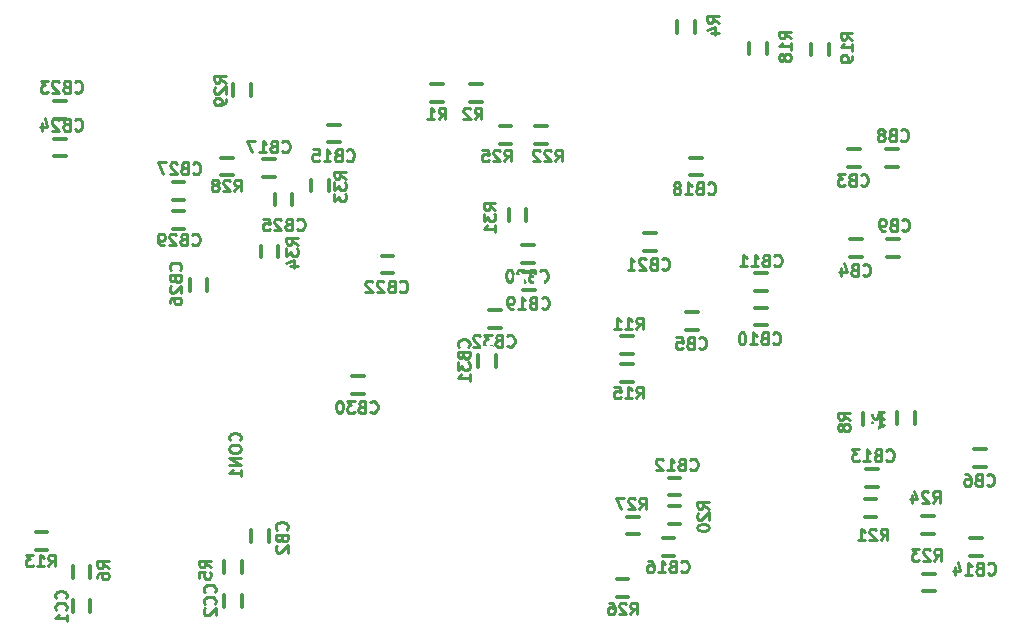
<source format=gbo>
%TF.GenerationSoftware,KiCad,Pcbnew,4.0.2-stable*%
%TF.CreationDate,2016-08-10T14:49:54+09:00*%
%TF.ProjectId,Shimonso-IoT-Type-R,5368696D6F6E736F2D496F542D547970,rev?*%
%TF.FileFunction,Legend,Bot*%
%FSLAX46Y46*%
G04 Gerber Fmt 4.6, Leading zero omitted, Abs format (unit mm)*
G04 Created by KiCad (PCBNEW 4.0.2-stable) date 2016年08月10日水曜日 14:49:54*
%MOMM*%
G01*
G04 APERTURE LIST*
%ADD10C,0.100000*%
%ADD11C,0.300000*%
%ADD12C,0.250000*%
%ADD13R,2.435200X2.435200*%
%ADD14R,1.000000X0.900000*%
%ADD15O,1.090000X1.750000*%
%ADD16O,1.450000X1.150000*%
%ADD17R,0.700000X2.200000*%
%ADD18C,1.800000*%
%ADD19R,0.900000X1.000000*%
G04 APERTURE END LIST*
D10*
D11*
X7712000Y-49058000D02*
X7712000Y-48058000D01*
X6212000Y-48058000D02*
X6212000Y-49058000D01*
X20512000Y-51558000D02*
X20512000Y-50558000D01*
X19012000Y-50558000D02*
X19012000Y-51558000D01*
X7712000Y-51958000D02*
X7712000Y-50958000D01*
X6212000Y-50958000D02*
X6212000Y-51958000D01*
X23612000Y-21958000D02*
X23612000Y-20958000D01*
X22112000Y-20958000D02*
X22112000Y-21958000D01*
X27912000Y-16358000D02*
X27912000Y-15358000D01*
X26412000Y-15358000D02*
X26412000Y-16358000D01*
X44612000Y-18858000D02*
X44612000Y-17858000D01*
X43112000Y-17858000D02*
X43112000Y-18858000D01*
X21312000Y-8258000D02*
X21312000Y-7258000D01*
X19812000Y-7258000D02*
X19812000Y-8258000D01*
X19762000Y-13508000D02*
X18762000Y-13508000D01*
X18762000Y-15008000D02*
X19762000Y-15008000D01*
X53162000Y-45408000D02*
X54162000Y-45408000D01*
X54162000Y-43908000D02*
X53162000Y-43908000D01*
X42352000Y-12348000D02*
X43352000Y-12348000D01*
X43352000Y-10848000D02*
X42352000Y-10848000D01*
X78102000Y-45348000D02*
X79102000Y-45348000D01*
X79102000Y-43848000D02*
X78102000Y-43848000D01*
X78222000Y-50238000D02*
X79222000Y-50238000D01*
X79222000Y-48738000D02*
X78222000Y-48738000D01*
X46342000Y-10848000D02*
X45342000Y-10848000D01*
X45342000Y-12348000D02*
X46342000Y-12348000D01*
X74262000Y-42408000D02*
X73262000Y-42408000D01*
X73262000Y-43908000D02*
X74262000Y-43908000D01*
X56662000Y-44508000D02*
X57662000Y-44508000D01*
X57662000Y-43008000D02*
X56662000Y-43008000D01*
X68712000Y-3858000D02*
X68712000Y-4858000D01*
X70212000Y-4858000D02*
X70212000Y-3858000D01*
X63512000Y-3758000D02*
X63512000Y-4758000D01*
X65012000Y-4758000D02*
X65012000Y-3758000D01*
X53662000Y-31008000D02*
X52662000Y-31008000D01*
X52662000Y-32508000D02*
X53662000Y-32508000D01*
X53662000Y-28608000D02*
X52662000Y-28608000D01*
X52662000Y-30108000D02*
X53662000Y-30108000D01*
X74612000Y-36158000D02*
X74612000Y-35158000D01*
X73112000Y-35158000D02*
X73112000Y-36158000D01*
X77512000Y-36058000D02*
X77512000Y-35058000D01*
X76012000Y-35058000D02*
X76012000Y-36058000D01*
X57412000Y-1958000D02*
X57412000Y-2958000D01*
X58912000Y-2958000D02*
X58912000Y-1958000D01*
X39862000Y-8808000D02*
X40862000Y-8808000D01*
X40862000Y-7308000D02*
X39862000Y-7308000D01*
X36562000Y-8808000D02*
X37562000Y-8808000D01*
X37562000Y-7308000D02*
X36562000Y-7308000D01*
X42462000Y-26408000D02*
X41462000Y-26408000D01*
X41462000Y-27908000D02*
X42462000Y-27908000D01*
X42012000Y-31258000D02*
X42012000Y-30258000D01*
X40512000Y-30258000D02*
X40512000Y-31258000D01*
X30862000Y-32008000D02*
X29862000Y-32008000D01*
X29862000Y-33508000D02*
X30862000Y-33508000D01*
X14662000Y-19508000D02*
X15662000Y-19508000D01*
X15662000Y-18008000D02*
X14662000Y-18008000D01*
X14662000Y-17108000D02*
X15662000Y-17108000D01*
X15662000Y-15608000D02*
X14662000Y-15608000D01*
X17612000Y-24758000D02*
X17612000Y-23758000D01*
X16112000Y-23758000D02*
X16112000Y-24758000D01*
X24812000Y-17558000D02*
X24812000Y-16558000D01*
X23312000Y-16558000D02*
X23312000Y-17558000D01*
X4662000Y-13408000D02*
X5662000Y-13408000D01*
X5662000Y-11908000D02*
X4662000Y-11908000D01*
X4662000Y-10208000D02*
X5662000Y-10208000D01*
X5662000Y-8708000D02*
X4662000Y-8708000D01*
X33362000Y-21808000D02*
X32362000Y-21808000D01*
X32362000Y-23308000D02*
X33362000Y-23308000D01*
X55562000Y-19908000D02*
X54562000Y-19908000D01*
X54562000Y-21408000D02*
X55562000Y-21408000D01*
X45262000Y-20908000D02*
X44262000Y-20908000D01*
X44262000Y-22408000D02*
X45262000Y-22408000D01*
X45362000Y-23208000D02*
X44362000Y-23208000D01*
X44362000Y-24708000D02*
X45362000Y-24708000D01*
X59462000Y-13508000D02*
X58462000Y-13508000D01*
X58462000Y-15008000D02*
X59462000Y-15008000D01*
X23362000Y-13608000D02*
X22362000Y-13608000D01*
X22362000Y-15108000D02*
X23362000Y-15108000D01*
X57162000Y-45708000D02*
X56162000Y-45708000D01*
X56162000Y-47208000D02*
X57162000Y-47208000D01*
X28862000Y-10708000D02*
X27862000Y-10708000D01*
X27862000Y-12208000D02*
X28862000Y-12208000D01*
X83162000Y-45708000D02*
X82162000Y-45708000D01*
X82162000Y-47208000D02*
X83162000Y-47208000D01*
X73362000Y-41408000D02*
X74362000Y-41408000D01*
X74362000Y-39908000D02*
X73362000Y-39908000D01*
X57662000Y-40608000D02*
X56662000Y-40608000D01*
X56662000Y-42108000D02*
X57662000Y-42108000D01*
X64962000Y-23308000D02*
X63962000Y-23308000D01*
X63962000Y-24808000D02*
X64962000Y-24808000D01*
X64962000Y-26208000D02*
X63962000Y-26208000D01*
X63962000Y-27708000D02*
X64962000Y-27708000D01*
X75162000Y-21908000D02*
X76162000Y-21908000D01*
X76162000Y-20408000D02*
X75162000Y-20408000D01*
X75062000Y-14308000D02*
X76062000Y-14308000D01*
X76062000Y-12808000D02*
X75062000Y-12808000D01*
X83562000Y-38208000D02*
X82562000Y-38208000D01*
X82562000Y-39708000D02*
X83562000Y-39708000D01*
X59162000Y-26608000D02*
X58162000Y-26608000D01*
X58162000Y-28108000D02*
X59162000Y-28108000D01*
X73062000Y-20408000D02*
X72062000Y-20408000D01*
X72062000Y-21908000D02*
X73062000Y-21908000D01*
X72862000Y-12808000D02*
X71862000Y-12808000D01*
X71862000Y-14308000D02*
X72862000Y-14308000D01*
X21312000Y-45058000D02*
X21312000Y-46058000D01*
X22812000Y-46058000D02*
X22812000Y-45058000D01*
X20512000Y-48658000D02*
X20512000Y-47658000D01*
X19012000Y-47658000D02*
X19012000Y-48658000D01*
X4062000Y-45208000D02*
X3062000Y-45208000D01*
X3062000Y-46708000D02*
X4062000Y-46708000D01*
X52262000Y-50708000D02*
X53262000Y-50708000D01*
X53262000Y-49208000D02*
X52262000Y-49208000D01*
D12*
X9288381Y-48263334D02*
X8812190Y-47930000D01*
X9288381Y-47691905D02*
X8288381Y-47691905D01*
X8288381Y-48072858D01*
X8336000Y-48168096D01*
X8383619Y-48215715D01*
X8478857Y-48263334D01*
X8621714Y-48263334D01*
X8716952Y-48215715D01*
X8764571Y-48168096D01*
X8812190Y-48072858D01*
X8812190Y-47691905D01*
X8288381Y-49120477D02*
X8288381Y-48930000D01*
X8336000Y-48834762D01*
X8383619Y-48787143D01*
X8526476Y-48691905D01*
X8716952Y-48644286D01*
X9097905Y-48644286D01*
X9193143Y-48691905D01*
X9240762Y-48739524D01*
X9288381Y-48834762D01*
X9288381Y-49025239D01*
X9240762Y-49120477D01*
X9193143Y-49168096D01*
X9097905Y-49215715D01*
X8859810Y-49215715D01*
X8764571Y-49168096D01*
X8716952Y-49120477D01*
X8669333Y-49025239D01*
X8669333Y-48834762D01*
X8716952Y-48739524D01*
X8764571Y-48691905D01*
X8859810Y-48644286D01*
X18219143Y-50291334D02*
X18266762Y-50243715D01*
X18314381Y-50100858D01*
X18314381Y-50005620D01*
X18266762Y-49862762D01*
X18171524Y-49767524D01*
X18076286Y-49719905D01*
X17885810Y-49672286D01*
X17742952Y-49672286D01*
X17552476Y-49719905D01*
X17457238Y-49767524D01*
X17362000Y-49862762D01*
X17314381Y-50005620D01*
X17314381Y-50100858D01*
X17362000Y-50243715D01*
X17409619Y-50291334D01*
X18219143Y-51291334D02*
X18266762Y-51243715D01*
X18314381Y-51100858D01*
X18314381Y-51005620D01*
X18266762Y-50862762D01*
X18171524Y-50767524D01*
X18076286Y-50719905D01*
X17885810Y-50672286D01*
X17742952Y-50672286D01*
X17552476Y-50719905D01*
X17457238Y-50767524D01*
X17362000Y-50862762D01*
X17314381Y-51005620D01*
X17314381Y-51100858D01*
X17362000Y-51243715D01*
X17409619Y-51291334D01*
X17409619Y-51672286D02*
X17362000Y-51719905D01*
X17314381Y-51815143D01*
X17314381Y-52053239D01*
X17362000Y-52148477D01*
X17409619Y-52196096D01*
X17504857Y-52243715D01*
X17600095Y-52243715D01*
X17742952Y-52196096D01*
X18314381Y-51624667D01*
X18314381Y-52243715D01*
X5637143Y-50811334D02*
X5684762Y-50763715D01*
X5732381Y-50620858D01*
X5732381Y-50525620D01*
X5684762Y-50382762D01*
X5589524Y-50287524D01*
X5494286Y-50239905D01*
X5303810Y-50192286D01*
X5160952Y-50192286D01*
X4970476Y-50239905D01*
X4875238Y-50287524D01*
X4780000Y-50382762D01*
X4732381Y-50525620D01*
X4732381Y-50620858D01*
X4780000Y-50763715D01*
X4827619Y-50811334D01*
X5637143Y-51811334D02*
X5684762Y-51763715D01*
X5732381Y-51620858D01*
X5732381Y-51525620D01*
X5684762Y-51382762D01*
X5589524Y-51287524D01*
X5494286Y-51239905D01*
X5303810Y-51192286D01*
X5160952Y-51192286D01*
X4970476Y-51239905D01*
X4875238Y-51287524D01*
X4780000Y-51382762D01*
X4732381Y-51525620D01*
X4732381Y-51620858D01*
X4780000Y-51763715D01*
X4827619Y-51811334D01*
X5732381Y-52763715D02*
X5732381Y-52192286D01*
X5732381Y-52478000D02*
X4732381Y-52478000D01*
X4875238Y-52382762D01*
X4970476Y-52287524D01*
X5018095Y-52192286D01*
X20369143Y-37443715D02*
X20416762Y-37396096D01*
X20464381Y-37253239D01*
X20464381Y-37158001D01*
X20416762Y-37015143D01*
X20321524Y-36919905D01*
X20226286Y-36872286D01*
X20035810Y-36824667D01*
X19892952Y-36824667D01*
X19702476Y-36872286D01*
X19607238Y-36919905D01*
X19512000Y-37015143D01*
X19464381Y-37158001D01*
X19464381Y-37253239D01*
X19512000Y-37396096D01*
X19559619Y-37443715D01*
X19464381Y-38062762D02*
X19464381Y-38253239D01*
X19512000Y-38348477D01*
X19607238Y-38443715D01*
X19797714Y-38491334D01*
X20131048Y-38491334D01*
X20321524Y-38443715D01*
X20416762Y-38348477D01*
X20464381Y-38253239D01*
X20464381Y-38062762D01*
X20416762Y-37967524D01*
X20321524Y-37872286D01*
X20131048Y-37824667D01*
X19797714Y-37824667D01*
X19607238Y-37872286D01*
X19512000Y-37967524D01*
X19464381Y-38062762D01*
X20464381Y-38919905D02*
X19464381Y-38919905D01*
X20464381Y-39491334D01*
X19464381Y-39491334D01*
X20464381Y-40491334D02*
X20464381Y-39919905D01*
X20464381Y-40205619D02*
X19464381Y-40205619D01*
X19607238Y-40110381D01*
X19702476Y-40015143D01*
X19750095Y-39919905D01*
X25290381Y-20863143D02*
X24814190Y-20529809D01*
X25290381Y-20291714D02*
X24290381Y-20291714D01*
X24290381Y-20672667D01*
X24338000Y-20767905D01*
X24385619Y-20815524D01*
X24480857Y-20863143D01*
X24623714Y-20863143D01*
X24718952Y-20815524D01*
X24766571Y-20767905D01*
X24814190Y-20672667D01*
X24814190Y-20291714D01*
X24290381Y-21196476D02*
X24290381Y-21815524D01*
X24671333Y-21482190D01*
X24671333Y-21625048D01*
X24718952Y-21720286D01*
X24766571Y-21767905D01*
X24861810Y-21815524D01*
X25099905Y-21815524D01*
X25195143Y-21767905D01*
X25242762Y-21720286D01*
X25290381Y-21625048D01*
X25290381Y-21339333D01*
X25242762Y-21244095D01*
X25195143Y-21196476D01*
X24623714Y-22672667D02*
X25290381Y-22672667D01*
X24242762Y-22434571D02*
X24957048Y-22196476D01*
X24957048Y-22815524D01*
X29354381Y-15275143D02*
X28878190Y-14941809D01*
X29354381Y-14703714D02*
X28354381Y-14703714D01*
X28354381Y-15084667D01*
X28402000Y-15179905D01*
X28449619Y-15227524D01*
X28544857Y-15275143D01*
X28687714Y-15275143D01*
X28782952Y-15227524D01*
X28830571Y-15179905D01*
X28878190Y-15084667D01*
X28878190Y-14703714D01*
X28354381Y-15608476D02*
X28354381Y-16227524D01*
X28735333Y-15894190D01*
X28735333Y-16037048D01*
X28782952Y-16132286D01*
X28830571Y-16179905D01*
X28925810Y-16227524D01*
X29163905Y-16227524D01*
X29259143Y-16179905D01*
X29306762Y-16132286D01*
X29354381Y-16037048D01*
X29354381Y-15751333D01*
X29306762Y-15656095D01*
X29259143Y-15608476D01*
X28354381Y-16560857D02*
X28354381Y-17179905D01*
X28735333Y-16846571D01*
X28735333Y-16989429D01*
X28782952Y-17084667D01*
X28830571Y-17132286D01*
X28925810Y-17179905D01*
X29163905Y-17179905D01*
X29259143Y-17132286D01*
X29306762Y-17084667D01*
X29354381Y-16989429D01*
X29354381Y-16703714D01*
X29306762Y-16608476D01*
X29259143Y-16560857D01*
X42007981Y-17918343D02*
X41531790Y-17585009D01*
X42007981Y-17346914D02*
X41007981Y-17346914D01*
X41007981Y-17727867D01*
X41055600Y-17823105D01*
X41103219Y-17870724D01*
X41198457Y-17918343D01*
X41341314Y-17918343D01*
X41436552Y-17870724D01*
X41484171Y-17823105D01*
X41531790Y-17727867D01*
X41531790Y-17346914D01*
X41007981Y-18251676D02*
X41007981Y-18870724D01*
X41388933Y-18537390D01*
X41388933Y-18680248D01*
X41436552Y-18775486D01*
X41484171Y-18823105D01*
X41579410Y-18870724D01*
X41817505Y-18870724D01*
X41912743Y-18823105D01*
X41960362Y-18775486D01*
X42007981Y-18680248D01*
X42007981Y-18394533D01*
X41960362Y-18299295D01*
X41912743Y-18251676D01*
X42007981Y-19823105D02*
X42007981Y-19251676D01*
X42007981Y-19537390D02*
X41007981Y-19537390D01*
X41150838Y-19442152D01*
X41246076Y-19346914D01*
X41293695Y-19251676D01*
X19194381Y-7147143D02*
X18718190Y-6813809D01*
X19194381Y-6575714D02*
X18194381Y-6575714D01*
X18194381Y-6956667D01*
X18242000Y-7051905D01*
X18289619Y-7099524D01*
X18384857Y-7147143D01*
X18527714Y-7147143D01*
X18622952Y-7099524D01*
X18670571Y-7051905D01*
X18718190Y-6956667D01*
X18718190Y-6575714D01*
X18289619Y-7528095D02*
X18242000Y-7575714D01*
X18194381Y-7670952D01*
X18194381Y-7909048D01*
X18242000Y-8004286D01*
X18289619Y-8051905D01*
X18384857Y-8099524D01*
X18480095Y-8099524D01*
X18622952Y-8051905D01*
X19194381Y-7480476D01*
X19194381Y-8099524D01*
X19194381Y-8575714D02*
X19194381Y-8766190D01*
X19146762Y-8861429D01*
X19099143Y-8909048D01*
X18956286Y-9004286D01*
X18765810Y-9051905D01*
X18384857Y-9051905D01*
X18289619Y-9004286D01*
X18242000Y-8956667D01*
X18194381Y-8861429D01*
X18194381Y-8670952D01*
X18242000Y-8575714D01*
X18289619Y-8528095D01*
X18384857Y-8480476D01*
X18622952Y-8480476D01*
X18718190Y-8528095D01*
X18765810Y-8575714D01*
X18813429Y-8670952D01*
X18813429Y-8861429D01*
X18765810Y-8956667D01*
X18718190Y-9004286D01*
X18622952Y-9051905D01*
X19892857Y-16370381D02*
X20226191Y-15894190D01*
X20464286Y-16370381D02*
X20464286Y-15370381D01*
X20083333Y-15370381D01*
X19988095Y-15418000D01*
X19940476Y-15465619D01*
X19892857Y-15560857D01*
X19892857Y-15703714D01*
X19940476Y-15798952D01*
X19988095Y-15846571D01*
X20083333Y-15894190D01*
X20464286Y-15894190D01*
X19511905Y-15465619D02*
X19464286Y-15418000D01*
X19369048Y-15370381D01*
X19130952Y-15370381D01*
X19035714Y-15418000D01*
X18988095Y-15465619D01*
X18940476Y-15560857D01*
X18940476Y-15656095D01*
X18988095Y-15798952D01*
X19559524Y-16370381D01*
X18940476Y-16370381D01*
X18369048Y-15798952D02*
X18464286Y-15751333D01*
X18511905Y-15703714D01*
X18559524Y-15608476D01*
X18559524Y-15560857D01*
X18511905Y-15465619D01*
X18464286Y-15418000D01*
X18369048Y-15370381D01*
X18178571Y-15370381D01*
X18083333Y-15418000D01*
X18035714Y-15465619D01*
X17988095Y-15560857D01*
X17988095Y-15608476D01*
X18035714Y-15703714D01*
X18083333Y-15751333D01*
X18178571Y-15798952D01*
X18369048Y-15798952D01*
X18464286Y-15846571D01*
X18511905Y-15894190D01*
X18559524Y-15989429D01*
X18559524Y-16179905D01*
X18511905Y-16275143D01*
X18464286Y-16322762D01*
X18369048Y-16370381D01*
X18178571Y-16370381D01*
X18083333Y-16322762D01*
X18035714Y-16275143D01*
X17988095Y-16179905D01*
X17988095Y-15989429D01*
X18035714Y-15894190D01*
X18083333Y-15846571D01*
X18178571Y-15798952D01*
X54182857Y-43294381D02*
X54516191Y-42818190D01*
X54754286Y-43294381D02*
X54754286Y-42294381D01*
X54373333Y-42294381D01*
X54278095Y-42342000D01*
X54230476Y-42389619D01*
X54182857Y-42484857D01*
X54182857Y-42627714D01*
X54230476Y-42722952D01*
X54278095Y-42770571D01*
X54373333Y-42818190D01*
X54754286Y-42818190D01*
X53801905Y-42389619D02*
X53754286Y-42342000D01*
X53659048Y-42294381D01*
X53420952Y-42294381D01*
X53325714Y-42342000D01*
X53278095Y-42389619D01*
X53230476Y-42484857D01*
X53230476Y-42580095D01*
X53278095Y-42722952D01*
X53849524Y-43294381D01*
X53230476Y-43294381D01*
X52897143Y-42294381D02*
X52230476Y-42294381D01*
X52659048Y-43294381D01*
X42752857Y-13830381D02*
X43086191Y-13354190D01*
X43324286Y-13830381D02*
X43324286Y-12830381D01*
X42943333Y-12830381D01*
X42848095Y-12878000D01*
X42800476Y-12925619D01*
X42752857Y-13020857D01*
X42752857Y-13163714D01*
X42800476Y-13258952D01*
X42848095Y-13306571D01*
X42943333Y-13354190D01*
X43324286Y-13354190D01*
X42371905Y-12925619D02*
X42324286Y-12878000D01*
X42229048Y-12830381D01*
X41990952Y-12830381D01*
X41895714Y-12878000D01*
X41848095Y-12925619D01*
X41800476Y-13020857D01*
X41800476Y-13116095D01*
X41848095Y-13258952D01*
X42419524Y-13830381D01*
X41800476Y-13830381D01*
X40895714Y-12830381D02*
X41371905Y-12830381D01*
X41419524Y-13306571D01*
X41371905Y-13258952D01*
X41276667Y-13211333D01*
X41038571Y-13211333D01*
X40943333Y-13258952D01*
X40895714Y-13306571D01*
X40848095Y-13401810D01*
X40848095Y-13639905D01*
X40895714Y-13735143D01*
X40943333Y-13782762D01*
X41038571Y-13830381D01*
X41276667Y-13830381D01*
X41371905Y-13782762D01*
X41419524Y-13735143D01*
X79041657Y-42743981D02*
X79374991Y-42267790D01*
X79613086Y-42743981D02*
X79613086Y-41743981D01*
X79232133Y-41743981D01*
X79136895Y-41791600D01*
X79089276Y-41839219D01*
X79041657Y-41934457D01*
X79041657Y-42077314D01*
X79089276Y-42172552D01*
X79136895Y-42220171D01*
X79232133Y-42267790D01*
X79613086Y-42267790D01*
X78660705Y-41839219D02*
X78613086Y-41791600D01*
X78517848Y-41743981D01*
X78279752Y-41743981D01*
X78184514Y-41791600D01*
X78136895Y-41839219D01*
X78089276Y-41934457D01*
X78089276Y-42029695D01*
X78136895Y-42172552D01*
X78708324Y-42743981D01*
X78089276Y-42743981D01*
X77232133Y-42077314D02*
X77232133Y-42743981D01*
X77470229Y-41696362D02*
X77708324Y-42410648D01*
X77089276Y-42410648D01*
X79161657Y-47633981D02*
X79494991Y-47157790D01*
X79733086Y-47633981D02*
X79733086Y-46633981D01*
X79352133Y-46633981D01*
X79256895Y-46681600D01*
X79209276Y-46729219D01*
X79161657Y-46824457D01*
X79161657Y-46967314D01*
X79209276Y-47062552D01*
X79256895Y-47110171D01*
X79352133Y-47157790D01*
X79733086Y-47157790D01*
X78780705Y-46729219D02*
X78733086Y-46681600D01*
X78637848Y-46633981D01*
X78399752Y-46633981D01*
X78304514Y-46681600D01*
X78256895Y-46729219D01*
X78209276Y-46824457D01*
X78209276Y-46919695D01*
X78256895Y-47062552D01*
X78828324Y-47633981D01*
X78209276Y-47633981D01*
X77875943Y-46633981D02*
X77256895Y-46633981D01*
X77590229Y-47014933D01*
X77447371Y-47014933D01*
X77352133Y-47062552D01*
X77304514Y-47110171D01*
X77256895Y-47205410D01*
X77256895Y-47443505D01*
X77304514Y-47538743D01*
X77352133Y-47586362D01*
X77447371Y-47633981D01*
X77733086Y-47633981D01*
X77828324Y-47586362D01*
X77875943Y-47538743D01*
X47070857Y-13830381D02*
X47404191Y-13354190D01*
X47642286Y-13830381D02*
X47642286Y-12830381D01*
X47261333Y-12830381D01*
X47166095Y-12878000D01*
X47118476Y-12925619D01*
X47070857Y-13020857D01*
X47070857Y-13163714D01*
X47118476Y-13258952D01*
X47166095Y-13306571D01*
X47261333Y-13354190D01*
X47642286Y-13354190D01*
X46689905Y-12925619D02*
X46642286Y-12878000D01*
X46547048Y-12830381D01*
X46308952Y-12830381D01*
X46213714Y-12878000D01*
X46166095Y-12925619D01*
X46118476Y-13020857D01*
X46118476Y-13116095D01*
X46166095Y-13258952D01*
X46737524Y-13830381D01*
X46118476Y-13830381D01*
X45737524Y-12925619D02*
X45689905Y-12878000D01*
X45594667Y-12830381D01*
X45356571Y-12830381D01*
X45261333Y-12878000D01*
X45213714Y-12925619D01*
X45166095Y-13020857D01*
X45166095Y-13116095D01*
X45213714Y-13258952D01*
X45785143Y-13830381D01*
X45166095Y-13830381D01*
X74608057Y-45916781D02*
X74941391Y-45440590D01*
X75179486Y-45916781D02*
X75179486Y-44916781D01*
X74798533Y-44916781D01*
X74703295Y-44964400D01*
X74655676Y-45012019D01*
X74608057Y-45107257D01*
X74608057Y-45250114D01*
X74655676Y-45345352D01*
X74703295Y-45392971D01*
X74798533Y-45440590D01*
X75179486Y-45440590D01*
X74227105Y-45012019D02*
X74179486Y-44964400D01*
X74084248Y-44916781D01*
X73846152Y-44916781D01*
X73750914Y-44964400D01*
X73703295Y-45012019D01*
X73655676Y-45107257D01*
X73655676Y-45202495D01*
X73703295Y-45345352D01*
X74274724Y-45916781D01*
X73655676Y-45916781D01*
X72703295Y-45916781D02*
X73274724Y-45916781D01*
X72989010Y-45916781D02*
X72989010Y-44916781D01*
X73084248Y-45059638D01*
X73179486Y-45154876D01*
X73274724Y-45202495D01*
X60088381Y-43215143D02*
X59612190Y-42881809D01*
X60088381Y-42643714D02*
X59088381Y-42643714D01*
X59088381Y-43024667D01*
X59136000Y-43119905D01*
X59183619Y-43167524D01*
X59278857Y-43215143D01*
X59421714Y-43215143D01*
X59516952Y-43167524D01*
X59564571Y-43119905D01*
X59612190Y-43024667D01*
X59612190Y-42643714D01*
X59183619Y-43596095D02*
X59136000Y-43643714D01*
X59088381Y-43738952D01*
X59088381Y-43977048D01*
X59136000Y-44072286D01*
X59183619Y-44119905D01*
X59278857Y-44167524D01*
X59374095Y-44167524D01*
X59516952Y-44119905D01*
X60088381Y-43548476D01*
X60088381Y-44167524D01*
X59088381Y-44786571D02*
X59088381Y-44881810D01*
X59136000Y-44977048D01*
X59183619Y-45024667D01*
X59278857Y-45072286D01*
X59469333Y-45119905D01*
X59707429Y-45119905D01*
X59897905Y-45072286D01*
X59993143Y-45024667D01*
X60040762Y-44977048D01*
X60088381Y-44881810D01*
X60088381Y-44786571D01*
X60040762Y-44691333D01*
X59993143Y-44643714D01*
X59897905Y-44596095D01*
X59707429Y-44548476D01*
X59469333Y-44548476D01*
X59278857Y-44596095D01*
X59183619Y-44643714D01*
X59136000Y-44691333D01*
X59088381Y-44786571D01*
X72220781Y-3511943D02*
X71744590Y-3178609D01*
X72220781Y-2940514D02*
X71220781Y-2940514D01*
X71220781Y-3321467D01*
X71268400Y-3416705D01*
X71316019Y-3464324D01*
X71411257Y-3511943D01*
X71554114Y-3511943D01*
X71649352Y-3464324D01*
X71696971Y-3416705D01*
X71744590Y-3321467D01*
X71744590Y-2940514D01*
X72220781Y-4464324D02*
X72220781Y-3892895D01*
X72220781Y-4178609D02*
X71220781Y-4178609D01*
X71363638Y-4083371D01*
X71458876Y-3988133D01*
X71506495Y-3892895D01*
X72220781Y-4940514D02*
X72220781Y-5130990D01*
X72173162Y-5226229D01*
X72125543Y-5273848D01*
X71982686Y-5369086D01*
X71792210Y-5416705D01*
X71411257Y-5416705D01*
X71316019Y-5369086D01*
X71268400Y-5321467D01*
X71220781Y-5226229D01*
X71220781Y-5035752D01*
X71268400Y-4940514D01*
X71316019Y-4892895D01*
X71411257Y-4845276D01*
X71649352Y-4845276D01*
X71744590Y-4892895D01*
X71792210Y-4940514D01*
X71839829Y-5035752D01*
X71839829Y-5226229D01*
X71792210Y-5321467D01*
X71744590Y-5369086D01*
X71649352Y-5416705D01*
X67020781Y-3411943D02*
X66544590Y-3078609D01*
X67020781Y-2840514D02*
X66020781Y-2840514D01*
X66020781Y-3221467D01*
X66068400Y-3316705D01*
X66116019Y-3364324D01*
X66211257Y-3411943D01*
X66354114Y-3411943D01*
X66449352Y-3364324D01*
X66496971Y-3316705D01*
X66544590Y-3221467D01*
X66544590Y-2840514D01*
X67020781Y-4364324D02*
X67020781Y-3792895D01*
X67020781Y-4078609D02*
X66020781Y-4078609D01*
X66163638Y-3983371D01*
X66258876Y-3888133D01*
X66306495Y-3792895D01*
X66449352Y-4935752D02*
X66401733Y-4840514D01*
X66354114Y-4792895D01*
X66258876Y-4745276D01*
X66211257Y-4745276D01*
X66116019Y-4792895D01*
X66068400Y-4840514D01*
X66020781Y-4935752D01*
X66020781Y-5126229D01*
X66068400Y-5221467D01*
X66116019Y-5269086D01*
X66211257Y-5316705D01*
X66258876Y-5316705D01*
X66354114Y-5269086D01*
X66401733Y-5221467D01*
X66449352Y-5126229D01*
X66449352Y-4935752D01*
X66496971Y-4840514D01*
X66544590Y-4792895D01*
X66639829Y-4745276D01*
X66830305Y-4745276D01*
X66925543Y-4792895D01*
X66973162Y-4840514D01*
X67020781Y-4935752D01*
X67020781Y-5126229D01*
X66973162Y-5221467D01*
X66925543Y-5269086D01*
X66830305Y-5316705D01*
X66639829Y-5316705D01*
X66544590Y-5269086D01*
X66496971Y-5221467D01*
X66449352Y-5126229D01*
X53928857Y-33896381D02*
X54262191Y-33420190D01*
X54500286Y-33896381D02*
X54500286Y-32896381D01*
X54119333Y-32896381D01*
X54024095Y-32944000D01*
X53976476Y-32991619D01*
X53928857Y-33086857D01*
X53928857Y-33229714D01*
X53976476Y-33324952D01*
X54024095Y-33372571D01*
X54119333Y-33420190D01*
X54500286Y-33420190D01*
X52976476Y-33896381D02*
X53547905Y-33896381D01*
X53262191Y-33896381D02*
X53262191Y-32896381D01*
X53357429Y-33039238D01*
X53452667Y-33134476D01*
X53547905Y-33182095D01*
X52071714Y-32896381D02*
X52547905Y-32896381D01*
X52595524Y-33372571D01*
X52547905Y-33324952D01*
X52452667Y-33277333D01*
X52214571Y-33277333D01*
X52119333Y-33324952D01*
X52071714Y-33372571D01*
X52024095Y-33467810D01*
X52024095Y-33705905D01*
X52071714Y-33801143D01*
X52119333Y-33848762D01*
X52214571Y-33896381D01*
X52452667Y-33896381D01*
X52547905Y-33848762D01*
X52595524Y-33801143D01*
X53928857Y-28054381D02*
X54262191Y-27578190D01*
X54500286Y-28054381D02*
X54500286Y-27054381D01*
X54119333Y-27054381D01*
X54024095Y-27102000D01*
X53976476Y-27149619D01*
X53928857Y-27244857D01*
X53928857Y-27387714D01*
X53976476Y-27482952D01*
X54024095Y-27530571D01*
X54119333Y-27578190D01*
X54500286Y-27578190D01*
X52976476Y-28054381D02*
X53547905Y-28054381D01*
X53262191Y-28054381D02*
X53262191Y-27054381D01*
X53357429Y-27197238D01*
X53452667Y-27292476D01*
X53547905Y-27340095D01*
X52024095Y-28054381D02*
X52595524Y-28054381D01*
X52309810Y-28054381D02*
X52309810Y-27054381D01*
X52405048Y-27197238D01*
X52500286Y-27292476D01*
X52595524Y-27340095D01*
X72007981Y-35694534D02*
X71531790Y-35361200D01*
X72007981Y-35123105D02*
X71007981Y-35123105D01*
X71007981Y-35504058D01*
X71055600Y-35599296D01*
X71103219Y-35646915D01*
X71198457Y-35694534D01*
X71341314Y-35694534D01*
X71436552Y-35646915D01*
X71484171Y-35599296D01*
X71531790Y-35504058D01*
X71531790Y-35123105D01*
X71436552Y-36265962D02*
X71388933Y-36170724D01*
X71341314Y-36123105D01*
X71246076Y-36075486D01*
X71198457Y-36075486D01*
X71103219Y-36123105D01*
X71055600Y-36170724D01*
X71007981Y-36265962D01*
X71007981Y-36456439D01*
X71055600Y-36551677D01*
X71103219Y-36599296D01*
X71198457Y-36646915D01*
X71246076Y-36646915D01*
X71341314Y-36599296D01*
X71388933Y-36551677D01*
X71436552Y-36456439D01*
X71436552Y-36265962D01*
X71484171Y-36170724D01*
X71531790Y-36123105D01*
X71627029Y-36075486D01*
X71817505Y-36075486D01*
X71912743Y-36123105D01*
X71960362Y-36170724D01*
X72007981Y-36265962D01*
X72007981Y-36456439D01*
X71960362Y-36551677D01*
X71912743Y-36599296D01*
X71817505Y-36646915D01*
X71627029Y-36646915D01*
X71531790Y-36599296D01*
X71484171Y-36551677D01*
X71436552Y-36456439D01*
X74907981Y-35594534D02*
X74431790Y-35261200D01*
X74907981Y-35023105D02*
X73907981Y-35023105D01*
X73907981Y-35404058D01*
X73955600Y-35499296D01*
X74003219Y-35546915D01*
X74098457Y-35594534D01*
X74241314Y-35594534D01*
X74336552Y-35546915D01*
X74384171Y-35499296D01*
X74431790Y-35404058D01*
X74431790Y-35023105D01*
X73907981Y-35927867D02*
X73907981Y-36594534D01*
X74907981Y-36165962D01*
X60920781Y-2088134D02*
X60444590Y-1754800D01*
X60920781Y-1516705D02*
X59920781Y-1516705D01*
X59920781Y-1897658D01*
X59968400Y-1992896D01*
X60016019Y-2040515D01*
X60111257Y-2088134D01*
X60254114Y-2088134D01*
X60349352Y-2040515D01*
X60396971Y-1992896D01*
X60444590Y-1897658D01*
X60444590Y-1516705D01*
X60254114Y-2945277D02*
X60920781Y-2945277D01*
X59873162Y-2707181D02*
X60587448Y-2469086D01*
X60587448Y-3088134D01*
X40244666Y-10274381D02*
X40578000Y-9798190D01*
X40816095Y-10274381D02*
X40816095Y-9274381D01*
X40435142Y-9274381D01*
X40339904Y-9322000D01*
X40292285Y-9369619D01*
X40244666Y-9464857D01*
X40244666Y-9607714D01*
X40292285Y-9702952D01*
X40339904Y-9750571D01*
X40435142Y-9798190D01*
X40816095Y-9798190D01*
X39863714Y-9369619D02*
X39816095Y-9322000D01*
X39720857Y-9274381D01*
X39482761Y-9274381D01*
X39387523Y-9322000D01*
X39339904Y-9369619D01*
X39292285Y-9464857D01*
X39292285Y-9560095D01*
X39339904Y-9702952D01*
X39911333Y-10274381D01*
X39292285Y-10274381D01*
X37196666Y-10274381D02*
X37530000Y-9798190D01*
X37768095Y-10274381D02*
X37768095Y-9274381D01*
X37387142Y-9274381D01*
X37291904Y-9322000D01*
X37244285Y-9369619D01*
X37196666Y-9464857D01*
X37196666Y-9607714D01*
X37244285Y-9702952D01*
X37291904Y-9750571D01*
X37387142Y-9798190D01*
X37768095Y-9798190D01*
X36244285Y-10274381D02*
X36815714Y-10274381D01*
X36530000Y-10274381D02*
X36530000Y-9274381D01*
X36625238Y-9417238D01*
X36720476Y-9512476D01*
X36815714Y-9560095D01*
X43004857Y-29415143D02*
X43052476Y-29462762D01*
X43195333Y-29510381D01*
X43290571Y-29510381D01*
X43433429Y-29462762D01*
X43528667Y-29367524D01*
X43576286Y-29272286D01*
X43623905Y-29081810D01*
X43623905Y-28938952D01*
X43576286Y-28748476D01*
X43528667Y-28653238D01*
X43433429Y-28558000D01*
X43290571Y-28510381D01*
X43195333Y-28510381D01*
X43052476Y-28558000D01*
X43004857Y-28605619D01*
X42242952Y-28986571D02*
X42100095Y-29034190D01*
X42052476Y-29081810D01*
X42004857Y-29177048D01*
X42004857Y-29319905D01*
X42052476Y-29415143D01*
X42100095Y-29462762D01*
X42195333Y-29510381D01*
X42576286Y-29510381D01*
X42576286Y-28510381D01*
X42242952Y-28510381D01*
X42147714Y-28558000D01*
X42100095Y-28605619D01*
X42052476Y-28700857D01*
X42052476Y-28796095D01*
X42100095Y-28891333D01*
X42147714Y-28938952D01*
X42242952Y-28986571D01*
X42576286Y-28986571D01*
X41671524Y-28510381D02*
X41052476Y-28510381D01*
X41385810Y-28891333D01*
X41242952Y-28891333D01*
X41147714Y-28938952D01*
X41100095Y-28986571D01*
X41052476Y-29081810D01*
X41052476Y-29319905D01*
X41100095Y-29415143D01*
X41147714Y-29462762D01*
X41242952Y-29510381D01*
X41528667Y-29510381D01*
X41623905Y-29462762D01*
X41671524Y-29415143D01*
X40671524Y-28605619D02*
X40623905Y-28558000D01*
X40528667Y-28510381D01*
X40290571Y-28510381D01*
X40195333Y-28558000D01*
X40147714Y-28605619D01*
X40100095Y-28700857D01*
X40100095Y-28796095D01*
X40147714Y-28938952D01*
X40719143Y-29510381D01*
X40100095Y-29510381D01*
X39719143Y-29515143D02*
X39766762Y-29467524D01*
X39814381Y-29324667D01*
X39814381Y-29229429D01*
X39766762Y-29086571D01*
X39671524Y-28991333D01*
X39576286Y-28943714D01*
X39385810Y-28896095D01*
X39242952Y-28896095D01*
X39052476Y-28943714D01*
X38957238Y-28991333D01*
X38862000Y-29086571D01*
X38814381Y-29229429D01*
X38814381Y-29324667D01*
X38862000Y-29467524D01*
X38909619Y-29515143D01*
X39290571Y-30277048D02*
X39338190Y-30419905D01*
X39385810Y-30467524D01*
X39481048Y-30515143D01*
X39623905Y-30515143D01*
X39719143Y-30467524D01*
X39766762Y-30419905D01*
X39814381Y-30324667D01*
X39814381Y-29943714D01*
X38814381Y-29943714D01*
X38814381Y-30277048D01*
X38862000Y-30372286D01*
X38909619Y-30419905D01*
X39004857Y-30467524D01*
X39100095Y-30467524D01*
X39195333Y-30419905D01*
X39242952Y-30372286D01*
X39290571Y-30277048D01*
X39290571Y-29943714D01*
X38814381Y-30848476D02*
X38814381Y-31467524D01*
X39195333Y-31134190D01*
X39195333Y-31277048D01*
X39242952Y-31372286D01*
X39290571Y-31419905D01*
X39385810Y-31467524D01*
X39623905Y-31467524D01*
X39719143Y-31419905D01*
X39766762Y-31372286D01*
X39814381Y-31277048D01*
X39814381Y-30991333D01*
X39766762Y-30896095D01*
X39719143Y-30848476D01*
X39814381Y-32419905D02*
X39814381Y-31848476D01*
X39814381Y-32134190D02*
X38814381Y-32134190D01*
X38957238Y-32038952D01*
X39052476Y-31943714D01*
X39100095Y-31848476D01*
X31404857Y-35015143D02*
X31452476Y-35062762D01*
X31595333Y-35110381D01*
X31690571Y-35110381D01*
X31833429Y-35062762D01*
X31928667Y-34967524D01*
X31976286Y-34872286D01*
X32023905Y-34681810D01*
X32023905Y-34538952D01*
X31976286Y-34348476D01*
X31928667Y-34253238D01*
X31833429Y-34158000D01*
X31690571Y-34110381D01*
X31595333Y-34110381D01*
X31452476Y-34158000D01*
X31404857Y-34205619D01*
X30642952Y-34586571D02*
X30500095Y-34634190D01*
X30452476Y-34681810D01*
X30404857Y-34777048D01*
X30404857Y-34919905D01*
X30452476Y-35015143D01*
X30500095Y-35062762D01*
X30595333Y-35110381D01*
X30976286Y-35110381D01*
X30976286Y-34110381D01*
X30642952Y-34110381D01*
X30547714Y-34158000D01*
X30500095Y-34205619D01*
X30452476Y-34300857D01*
X30452476Y-34396095D01*
X30500095Y-34491333D01*
X30547714Y-34538952D01*
X30642952Y-34586571D01*
X30976286Y-34586571D01*
X30071524Y-34110381D02*
X29452476Y-34110381D01*
X29785810Y-34491333D01*
X29642952Y-34491333D01*
X29547714Y-34538952D01*
X29500095Y-34586571D01*
X29452476Y-34681810D01*
X29452476Y-34919905D01*
X29500095Y-35015143D01*
X29547714Y-35062762D01*
X29642952Y-35110381D01*
X29928667Y-35110381D01*
X30023905Y-35062762D01*
X30071524Y-35015143D01*
X28833429Y-34110381D02*
X28738190Y-34110381D01*
X28642952Y-34158000D01*
X28595333Y-34205619D01*
X28547714Y-34300857D01*
X28500095Y-34491333D01*
X28500095Y-34729429D01*
X28547714Y-34919905D01*
X28595333Y-35015143D01*
X28642952Y-35062762D01*
X28738190Y-35110381D01*
X28833429Y-35110381D01*
X28928667Y-35062762D01*
X28976286Y-35015143D01*
X29023905Y-34919905D01*
X29071524Y-34729429D01*
X29071524Y-34491333D01*
X29023905Y-34300857D01*
X28976286Y-34205619D01*
X28928667Y-34158000D01*
X28833429Y-34110381D01*
X16328857Y-20847143D02*
X16376476Y-20894762D01*
X16519333Y-20942381D01*
X16614571Y-20942381D01*
X16757429Y-20894762D01*
X16852667Y-20799524D01*
X16900286Y-20704286D01*
X16947905Y-20513810D01*
X16947905Y-20370952D01*
X16900286Y-20180476D01*
X16852667Y-20085238D01*
X16757429Y-19990000D01*
X16614571Y-19942381D01*
X16519333Y-19942381D01*
X16376476Y-19990000D01*
X16328857Y-20037619D01*
X15566952Y-20418571D02*
X15424095Y-20466190D01*
X15376476Y-20513810D01*
X15328857Y-20609048D01*
X15328857Y-20751905D01*
X15376476Y-20847143D01*
X15424095Y-20894762D01*
X15519333Y-20942381D01*
X15900286Y-20942381D01*
X15900286Y-19942381D01*
X15566952Y-19942381D01*
X15471714Y-19990000D01*
X15424095Y-20037619D01*
X15376476Y-20132857D01*
X15376476Y-20228095D01*
X15424095Y-20323333D01*
X15471714Y-20370952D01*
X15566952Y-20418571D01*
X15900286Y-20418571D01*
X14947905Y-20037619D02*
X14900286Y-19990000D01*
X14805048Y-19942381D01*
X14566952Y-19942381D01*
X14471714Y-19990000D01*
X14424095Y-20037619D01*
X14376476Y-20132857D01*
X14376476Y-20228095D01*
X14424095Y-20370952D01*
X14995524Y-20942381D01*
X14376476Y-20942381D01*
X13900286Y-20942381D02*
X13709810Y-20942381D01*
X13614571Y-20894762D01*
X13566952Y-20847143D01*
X13471714Y-20704286D01*
X13424095Y-20513810D01*
X13424095Y-20132857D01*
X13471714Y-20037619D01*
X13519333Y-19990000D01*
X13614571Y-19942381D01*
X13805048Y-19942381D01*
X13900286Y-19990000D01*
X13947905Y-20037619D01*
X13995524Y-20132857D01*
X13995524Y-20370952D01*
X13947905Y-20466190D01*
X13900286Y-20513810D01*
X13805048Y-20561429D01*
X13614571Y-20561429D01*
X13519333Y-20513810D01*
X13471714Y-20466190D01*
X13424095Y-20370952D01*
X16404857Y-14815143D02*
X16452476Y-14862762D01*
X16595333Y-14910381D01*
X16690571Y-14910381D01*
X16833429Y-14862762D01*
X16928667Y-14767524D01*
X16976286Y-14672286D01*
X17023905Y-14481810D01*
X17023905Y-14338952D01*
X16976286Y-14148476D01*
X16928667Y-14053238D01*
X16833429Y-13958000D01*
X16690571Y-13910381D01*
X16595333Y-13910381D01*
X16452476Y-13958000D01*
X16404857Y-14005619D01*
X15642952Y-14386571D02*
X15500095Y-14434190D01*
X15452476Y-14481810D01*
X15404857Y-14577048D01*
X15404857Y-14719905D01*
X15452476Y-14815143D01*
X15500095Y-14862762D01*
X15595333Y-14910381D01*
X15976286Y-14910381D01*
X15976286Y-13910381D01*
X15642952Y-13910381D01*
X15547714Y-13958000D01*
X15500095Y-14005619D01*
X15452476Y-14100857D01*
X15452476Y-14196095D01*
X15500095Y-14291333D01*
X15547714Y-14338952D01*
X15642952Y-14386571D01*
X15976286Y-14386571D01*
X15023905Y-14005619D02*
X14976286Y-13958000D01*
X14881048Y-13910381D01*
X14642952Y-13910381D01*
X14547714Y-13958000D01*
X14500095Y-14005619D01*
X14452476Y-14100857D01*
X14452476Y-14196095D01*
X14500095Y-14338952D01*
X15071524Y-14910381D01*
X14452476Y-14910381D01*
X14119143Y-13910381D02*
X13452476Y-13910381D01*
X13881048Y-14910381D01*
X15319143Y-23015143D02*
X15366762Y-22967524D01*
X15414381Y-22824667D01*
X15414381Y-22729429D01*
X15366762Y-22586571D01*
X15271524Y-22491333D01*
X15176286Y-22443714D01*
X14985810Y-22396095D01*
X14842952Y-22396095D01*
X14652476Y-22443714D01*
X14557238Y-22491333D01*
X14462000Y-22586571D01*
X14414381Y-22729429D01*
X14414381Y-22824667D01*
X14462000Y-22967524D01*
X14509619Y-23015143D01*
X14890571Y-23777048D02*
X14938190Y-23919905D01*
X14985810Y-23967524D01*
X15081048Y-24015143D01*
X15223905Y-24015143D01*
X15319143Y-23967524D01*
X15366762Y-23919905D01*
X15414381Y-23824667D01*
X15414381Y-23443714D01*
X14414381Y-23443714D01*
X14414381Y-23777048D01*
X14462000Y-23872286D01*
X14509619Y-23919905D01*
X14604857Y-23967524D01*
X14700095Y-23967524D01*
X14795333Y-23919905D01*
X14842952Y-23872286D01*
X14890571Y-23777048D01*
X14890571Y-23443714D01*
X14509619Y-24396095D02*
X14462000Y-24443714D01*
X14414381Y-24538952D01*
X14414381Y-24777048D01*
X14462000Y-24872286D01*
X14509619Y-24919905D01*
X14604857Y-24967524D01*
X14700095Y-24967524D01*
X14842952Y-24919905D01*
X15414381Y-24348476D01*
X15414381Y-24967524D01*
X14414381Y-25824667D02*
X14414381Y-25634190D01*
X14462000Y-25538952D01*
X14509619Y-25491333D01*
X14652476Y-25396095D01*
X14842952Y-25348476D01*
X15223905Y-25348476D01*
X15319143Y-25396095D01*
X15366762Y-25443714D01*
X15414381Y-25538952D01*
X15414381Y-25729429D01*
X15366762Y-25824667D01*
X15319143Y-25872286D01*
X15223905Y-25919905D01*
X14985810Y-25919905D01*
X14890571Y-25872286D01*
X14842952Y-25824667D01*
X14795333Y-25729429D01*
X14795333Y-25538952D01*
X14842952Y-25443714D01*
X14890571Y-25396095D01*
X14985810Y-25348476D01*
X25218857Y-19577143D02*
X25266476Y-19624762D01*
X25409333Y-19672381D01*
X25504571Y-19672381D01*
X25647429Y-19624762D01*
X25742667Y-19529524D01*
X25790286Y-19434286D01*
X25837905Y-19243810D01*
X25837905Y-19100952D01*
X25790286Y-18910476D01*
X25742667Y-18815238D01*
X25647429Y-18720000D01*
X25504571Y-18672381D01*
X25409333Y-18672381D01*
X25266476Y-18720000D01*
X25218857Y-18767619D01*
X24456952Y-19148571D02*
X24314095Y-19196190D01*
X24266476Y-19243810D01*
X24218857Y-19339048D01*
X24218857Y-19481905D01*
X24266476Y-19577143D01*
X24314095Y-19624762D01*
X24409333Y-19672381D01*
X24790286Y-19672381D01*
X24790286Y-18672381D01*
X24456952Y-18672381D01*
X24361714Y-18720000D01*
X24314095Y-18767619D01*
X24266476Y-18862857D01*
X24266476Y-18958095D01*
X24314095Y-19053333D01*
X24361714Y-19100952D01*
X24456952Y-19148571D01*
X24790286Y-19148571D01*
X23837905Y-18767619D02*
X23790286Y-18720000D01*
X23695048Y-18672381D01*
X23456952Y-18672381D01*
X23361714Y-18720000D01*
X23314095Y-18767619D01*
X23266476Y-18862857D01*
X23266476Y-18958095D01*
X23314095Y-19100952D01*
X23885524Y-19672381D01*
X23266476Y-19672381D01*
X22361714Y-18672381D02*
X22837905Y-18672381D01*
X22885524Y-19148571D01*
X22837905Y-19100952D01*
X22742667Y-19053333D01*
X22504571Y-19053333D01*
X22409333Y-19100952D01*
X22361714Y-19148571D01*
X22314095Y-19243810D01*
X22314095Y-19481905D01*
X22361714Y-19577143D01*
X22409333Y-19624762D01*
X22504571Y-19672381D01*
X22742667Y-19672381D01*
X22837905Y-19624762D01*
X22885524Y-19577143D01*
X6404857Y-11115143D02*
X6452476Y-11162762D01*
X6595333Y-11210381D01*
X6690571Y-11210381D01*
X6833429Y-11162762D01*
X6928667Y-11067524D01*
X6976286Y-10972286D01*
X7023905Y-10781810D01*
X7023905Y-10638952D01*
X6976286Y-10448476D01*
X6928667Y-10353238D01*
X6833429Y-10258000D01*
X6690571Y-10210381D01*
X6595333Y-10210381D01*
X6452476Y-10258000D01*
X6404857Y-10305619D01*
X5642952Y-10686571D02*
X5500095Y-10734190D01*
X5452476Y-10781810D01*
X5404857Y-10877048D01*
X5404857Y-11019905D01*
X5452476Y-11115143D01*
X5500095Y-11162762D01*
X5595333Y-11210381D01*
X5976286Y-11210381D01*
X5976286Y-10210381D01*
X5642952Y-10210381D01*
X5547714Y-10258000D01*
X5500095Y-10305619D01*
X5452476Y-10400857D01*
X5452476Y-10496095D01*
X5500095Y-10591333D01*
X5547714Y-10638952D01*
X5642952Y-10686571D01*
X5976286Y-10686571D01*
X5023905Y-10305619D02*
X4976286Y-10258000D01*
X4881048Y-10210381D01*
X4642952Y-10210381D01*
X4547714Y-10258000D01*
X4500095Y-10305619D01*
X4452476Y-10400857D01*
X4452476Y-10496095D01*
X4500095Y-10638952D01*
X5071524Y-11210381D01*
X4452476Y-11210381D01*
X3595333Y-10543714D02*
X3595333Y-11210381D01*
X3833429Y-10162762D02*
X4071524Y-10877048D01*
X3452476Y-10877048D01*
X6404857Y-7915143D02*
X6452476Y-7962762D01*
X6595333Y-8010381D01*
X6690571Y-8010381D01*
X6833429Y-7962762D01*
X6928667Y-7867524D01*
X6976286Y-7772286D01*
X7023905Y-7581810D01*
X7023905Y-7438952D01*
X6976286Y-7248476D01*
X6928667Y-7153238D01*
X6833429Y-7058000D01*
X6690571Y-7010381D01*
X6595333Y-7010381D01*
X6452476Y-7058000D01*
X6404857Y-7105619D01*
X5642952Y-7486571D02*
X5500095Y-7534190D01*
X5452476Y-7581810D01*
X5404857Y-7677048D01*
X5404857Y-7819905D01*
X5452476Y-7915143D01*
X5500095Y-7962762D01*
X5595333Y-8010381D01*
X5976286Y-8010381D01*
X5976286Y-7010381D01*
X5642952Y-7010381D01*
X5547714Y-7058000D01*
X5500095Y-7105619D01*
X5452476Y-7200857D01*
X5452476Y-7296095D01*
X5500095Y-7391333D01*
X5547714Y-7438952D01*
X5642952Y-7486571D01*
X5976286Y-7486571D01*
X5023905Y-7105619D02*
X4976286Y-7058000D01*
X4881048Y-7010381D01*
X4642952Y-7010381D01*
X4547714Y-7058000D01*
X4500095Y-7105619D01*
X4452476Y-7200857D01*
X4452476Y-7296095D01*
X4500095Y-7438952D01*
X5071524Y-8010381D01*
X4452476Y-8010381D01*
X4119143Y-7010381D02*
X3500095Y-7010381D01*
X3833429Y-7391333D01*
X3690571Y-7391333D01*
X3595333Y-7438952D01*
X3547714Y-7486571D01*
X3500095Y-7581810D01*
X3500095Y-7819905D01*
X3547714Y-7915143D01*
X3595333Y-7962762D01*
X3690571Y-8010381D01*
X3976286Y-8010381D01*
X4071524Y-7962762D01*
X4119143Y-7915143D01*
X33904857Y-24815143D02*
X33952476Y-24862762D01*
X34095333Y-24910381D01*
X34190571Y-24910381D01*
X34333429Y-24862762D01*
X34428667Y-24767524D01*
X34476286Y-24672286D01*
X34523905Y-24481810D01*
X34523905Y-24338952D01*
X34476286Y-24148476D01*
X34428667Y-24053238D01*
X34333429Y-23958000D01*
X34190571Y-23910381D01*
X34095333Y-23910381D01*
X33952476Y-23958000D01*
X33904857Y-24005619D01*
X33142952Y-24386571D02*
X33000095Y-24434190D01*
X32952476Y-24481810D01*
X32904857Y-24577048D01*
X32904857Y-24719905D01*
X32952476Y-24815143D01*
X33000095Y-24862762D01*
X33095333Y-24910381D01*
X33476286Y-24910381D01*
X33476286Y-23910381D01*
X33142952Y-23910381D01*
X33047714Y-23958000D01*
X33000095Y-24005619D01*
X32952476Y-24100857D01*
X32952476Y-24196095D01*
X33000095Y-24291333D01*
X33047714Y-24338952D01*
X33142952Y-24386571D01*
X33476286Y-24386571D01*
X32523905Y-24005619D02*
X32476286Y-23958000D01*
X32381048Y-23910381D01*
X32142952Y-23910381D01*
X32047714Y-23958000D01*
X32000095Y-24005619D01*
X31952476Y-24100857D01*
X31952476Y-24196095D01*
X32000095Y-24338952D01*
X32571524Y-24910381D01*
X31952476Y-24910381D01*
X31571524Y-24005619D02*
X31523905Y-23958000D01*
X31428667Y-23910381D01*
X31190571Y-23910381D01*
X31095333Y-23958000D01*
X31047714Y-24005619D01*
X31000095Y-24100857D01*
X31000095Y-24196095D01*
X31047714Y-24338952D01*
X31619143Y-24910381D01*
X31000095Y-24910381D01*
X56104857Y-22915143D02*
X56152476Y-22962762D01*
X56295333Y-23010381D01*
X56390571Y-23010381D01*
X56533429Y-22962762D01*
X56628667Y-22867524D01*
X56676286Y-22772286D01*
X56723905Y-22581810D01*
X56723905Y-22438952D01*
X56676286Y-22248476D01*
X56628667Y-22153238D01*
X56533429Y-22058000D01*
X56390571Y-22010381D01*
X56295333Y-22010381D01*
X56152476Y-22058000D01*
X56104857Y-22105619D01*
X55342952Y-22486571D02*
X55200095Y-22534190D01*
X55152476Y-22581810D01*
X55104857Y-22677048D01*
X55104857Y-22819905D01*
X55152476Y-22915143D01*
X55200095Y-22962762D01*
X55295333Y-23010381D01*
X55676286Y-23010381D01*
X55676286Y-22010381D01*
X55342952Y-22010381D01*
X55247714Y-22058000D01*
X55200095Y-22105619D01*
X55152476Y-22200857D01*
X55152476Y-22296095D01*
X55200095Y-22391333D01*
X55247714Y-22438952D01*
X55342952Y-22486571D01*
X55676286Y-22486571D01*
X54723905Y-22105619D02*
X54676286Y-22058000D01*
X54581048Y-22010381D01*
X54342952Y-22010381D01*
X54247714Y-22058000D01*
X54200095Y-22105619D01*
X54152476Y-22200857D01*
X54152476Y-22296095D01*
X54200095Y-22438952D01*
X54771524Y-23010381D01*
X54152476Y-23010381D01*
X53200095Y-23010381D02*
X53771524Y-23010381D01*
X53485810Y-23010381D02*
X53485810Y-22010381D01*
X53581048Y-22153238D01*
X53676286Y-22248476D01*
X53771524Y-22296095D01*
X45804857Y-23915143D02*
X45852476Y-23962762D01*
X45995333Y-24010381D01*
X46090571Y-24010381D01*
X46233429Y-23962762D01*
X46328667Y-23867524D01*
X46376286Y-23772286D01*
X46423905Y-23581810D01*
X46423905Y-23438952D01*
X46376286Y-23248476D01*
X46328667Y-23153238D01*
X46233429Y-23058000D01*
X46090571Y-23010381D01*
X45995333Y-23010381D01*
X45852476Y-23058000D01*
X45804857Y-23105619D01*
X45042952Y-23486571D02*
X44900095Y-23534190D01*
X44852476Y-23581810D01*
X44804857Y-23677048D01*
X44804857Y-23819905D01*
X44852476Y-23915143D01*
X44900095Y-23962762D01*
X44995333Y-24010381D01*
X45376286Y-24010381D01*
X45376286Y-23010381D01*
X45042952Y-23010381D01*
X44947714Y-23058000D01*
X44900095Y-23105619D01*
X44852476Y-23200857D01*
X44852476Y-23296095D01*
X44900095Y-23391333D01*
X44947714Y-23438952D01*
X45042952Y-23486571D01*
X45376286Y-23486571D01*
X44423905Y-23105619D02*
X44376286Y-23058000D01*
X44281048Y-23010381D01*
X44042952Y-23010381D01*
X43947714Y-23058000D01*
X43900095Y-23105619D01*
X43852476Y-23200857D01*
X43852476Y-23296095D01*
X43900095Y-23438952D01*
X44471524Y-24010381D01*
X43852476Y-24010381D01*
X43233429Y-23010381D02*
X43138190Y-23010381D01*
X43042952Y-23058000D01*
X42995333Y-23105619D01*
X42947714Y-23200857D01*
X42900095Y-23391333D01*
X42900095Y-23629429D01*
X42947714Y-23819905D01*
X42995333Y-23915143D01*
X43042952Y-23962762D01*
X43138190Y-24010381D01*
X43233429Y-24010381D01*
X43328667Y-23962762D01*
X43376286Y-23915143D01*
X43423905Y-23819905D01*
X43471524Y-23629429D01*
X43471524Y-23391333D01*
X43423905Y-23200857D01*
X43376286Y-23105619D01*
X43328667Y-23058000D01*
X43233429Y-23010381D01*
X45904857Y-26215143D02*
X45952476Y-26262762D01*
X46095333Y-26310381D01*
X46190571Y-26310381D01*
X46333429Y-26262762D01*
X46428667Y-26167524D01*
X46476286Y-26072286D01*
X46523905Y-25881810D01*
X46523905Y-25738952D01*
X46476286Y-25548476D01*
X46428667Y-25453238D01*
X46333429Y-25358000D01*
X46190571Y-25310381D01*
X46095333Y-25310381D01*
X45952476Y-25358000D01*
X45904857Y-25405619D01*
X45142952Y-25786571D02*
X45000095Y-25834190D01*
X44952476Y-25881810D01*
X44904857Y-25977048D01*
X44904857Y-26119905D01*
X44952476Y-26215143D01*
X45000095Y-26262762D01*
X45095333Y-26310381D01*
X45476286Y-26310381D01*
X45476286Y-25310381D01*
X45142952Y-25310381D01*
X45047714Y-25358000D01*
X45000095Y-25405619D01*
X44952476Y-25500857D01*
X44952476Y-25596095D01*
X45000095Y-25691333D01*
X45047714Y-25738952D01*
X45142952Y-25786571D01*
X45476286Y-25786571D01*
X43952476Y-26310381D02*
X44523905Y-26310381D01*
X44238191Y-26310381D02*
X44238191Y-25310381D01*
X44333429Y-25453238D01*
X44428667Y-25548476D01*
X44523905Y-25596095D01*
X43476286Y-26310381D02*
X43285810Y-26310381D01*
X43190571Y-26262762D01*
X43142952Y-26215143D01*
X43047714Y-26072286D01*
X43000095Y-25881810D01*
X43000095Y-25500857D01*
X43047714Y-25405619D01*
X43095333Y-25358000D01*
X43190571Y-25310381D01*
X43381048Y-25310381D01*
X43476286Y-25358000D01*
X43523905Y-25405619D01*
X43571524Y-25500857D01*
X43571524Y-25738952D01*
X43523905Y-25834190D01*
X43476286Y-25881810D01*
X43381048Y-25929429D01*
X43190571Y-25929429D01*
X43095333Y-25881810D01*
X43047714Y-25834190D01*
X43000095Y-25738952D01*
X60004857Y-16515143D02*
X60052476Y-16562762D01*
X60195333Y-16610381D01*
X60290571Y-16610381D01*
X60433429Y-16562762D01*
X60528667Y-16467524D01*
X60576286Y-16372286D01*
X60623905Y-16181810D01*
X60623905Y-16038952D01*
X60576286Y-15848476D01*
X60528667Y-15753238D01*
X60433429Y-15658000D01*
X60290571Y-15610381D01*
X60195333Y-15610381D01*
X60052476Y-15658000D01*
X60004857Y-15705619D01*
X59242952Y-16086571D02*
X59100095Y-16134190D01*
X59052476Y-16181810D01*
X59004857Y-16277048D01*
X59004857Y-16419905D01*
X59052476Y-16515143D01*
X59100095Y-16562762D01*
X59195333Y-16610381D01*
X59576286Y-16610381D01*
X59576286Y-15610381D01*
X59242952Y-15610381D01*
X59147714Y-15658000D01*
X59100095Y-15705619D01*
X59052476Y-15800857D01*
X59052476Y-15896095D01*
X59100095Y-15991333D01*
X59147714Y-16038952D01*
X59242952Y-16086571D01*
X59576286Y-16086571D01*
X58052476Y-16610381D02*
X58623905Y-16610381D01*
X58338191Y-16610381D02*
X58338191Y-15610381D01*
X58433429Y-15753238D01*
X58528667Y-15848476D01*
X58623905Y-15896095D01*
X57481048Y-16038952D02*
X57576286Y-15991333D01*
X57623905Y-15943714D01*
X57671524Y-15848476D01*
X57671524Y-15800857D01*
X57623905Y-15705619D01*
X57576286Y-15658000D01*
X57481048Y-15610381D01*
X57290571Y-15610381D01*
X57195333Y-15658000D01*
X57147714Y-15705619D01*
X57100095Y-15800857D01*
X57100095Y-15848476D01*
X57147714Y-15943714D01*
X57195333Y-15991333D01*
X57290571Y-16038952D01*
X57481048Y-16038952D01*
X57576286Y-16086571D01*
X57623905Y-16134190D01*
X57671524Y-16229429D01*
X57671524Y-16419905D01*
X57623905Y-16515143D01*
X57576286Y-16562762D01*
X57481048Y-16610381D01*
X57290571Y-16610381D01*
X57195333Y-16562762D01*
X57147714Y-16515143D01*
X57100095Y-16419905D01*
X57100095Y-16229429D01*
X57147714Y-16134190D01*
X57195333Y-16086571D01*
X57290571Y-16038952D01*
X23948857Y-12973143D02*
X23996476Y-13020762D01*
X24139333Y-13068381D01*
X24234571Y-13068381D01*
X24377429Y-13020762D01*
X24472667Y-12925524D01*
X24520286Y-12830286D01*
X24567905Y-12639810D01*
X24567905Y-12496952D01*
X24520286Y-12306476D01*
X24472667Y-12211238D01*
X24377429Y-12116000D01*
X24234571Y-12068381D01*
X24139333Y-12068381D01*
X23996476Y-12116000D01*
X23948857Y-12163619D01*
X23186952Y-12544571D02*
X23044095Y-12592190D01*
X22996476Y-12639810D01*
X22948857Y-12735048D01*
X22948857Y-12877905D01*
X22996476Y-12973143D01*
X23044095Y-13020762D01*
X23139333Y-13068381D01*
X23520286Y-13068381D01*
X23520286Y-12068381D01*
X23186952Y-12068381D01*
X23091714Y-12116000D01*
X23044095Y-12163619D01*
X22996476Y-12258857D01*
X22996476Y-12354095D01*
X23044095Y-12449333D01*
X23091714Y-12496952D01*
X23186952Y-12544571D01*
X23520286Y-12544571D01*
X21996476Y-13068381D02*
X22567905Y-13068381D01*
X22282191Y-13068381D02*
X22282191Y-12068381D01*
X22377429Y-12211238D01*
X22472667Y-12306476D01*
X22567905Y-12354095D01*
X21663143Y-12068381D02*
X20996476Y-12068381D01*
X21425048Y-13068381D01*
X57730857Y-48533143D02*
X57778476Y-48580762D01*
X57921333Y-48628381D01*
X58016571Y-48628381D01*
X58159429Y-48580762D01*
X58254667Y-48485524D01*
X58302286Y-48390286D01*
X58349905Y-48199810D01*
X58349905Y-48056952D01*
X58302286Y-47866476D01*
X58254667Y-47771238D01*
X58159429Y-47676000D01*
X58016571Y-47628381D01*
X57921333Y-47628381D01*
X57778476Y-47676000D01*
X57730857Y-47723619D01*
X56968952Y-48104571D02*
X56826095Y-48152190D01*
X56778476Y-48199810D01*
X56730857Y-48295048D01*
X56730857Y-48437905D01*
X56778476Y-48533143D01*
X56826095Y-48580762D01*
X56921333Y-48628381D01*
X57302286Y-48628381D01*
X57302286Y-47628381D01*
X56968952Y-47628381D01*
X56873714Y-47676000D01*
X56826095Y-47723619D01*
X56778476Y-47818857D01*
X56778476Y-47914095D01*
X56826095Y-48009333D01*
X56873714Y-48056952D01*
X56968952Y-48104571D01*
X57302286Y-48104571D01*
X55778476Y-48628381D02*
X56349905Y-48628381D01*
X56064191Y-48628381D02*
X56064191Y-47628381D01*
X56159429Y-47771238D01*
X56254667Y-47866476D01*
X56349905Y-47914095D01*
X54921333Y-47628381D02*
X55111810Y-47628381D01*
X55207048Y-47676000D01*
X55254667Y-47723619D01*
X55349905Y-47866476D01*
X55397524Y-48056952D01*
X55397524Y-48437905D01*
X55349905Y-48533143D01*
X55302286Y-48580762D01*
X55207048Y-48628381D01*
X55016571Y-48628381D01*
X54921333Y-48580762D01*
X54873714Y-48533143D01*
X54826095Y-48437905D01*
X54826095Y-48199810D01*
X54873714Y-48104571D01*
X54921333Y-48056952D01*
X55016571Y-48009333D01*
X55207048Y-48009333D01*
X55302286Y-48056952D01*
X55349905Y-48104571D01*
X55397524Y-48199810D01*
X29404857Y-13715143D02*
X29452476Y-13762762D01*
X29595333Y-13810381D01*
X29690571Y-13810381D01*
X29833429Y-13762762D01*
X29928667Y-13667524D01*
X29976286Y-13572286D01*
X30023905Y-13381810D01*
X30023905Y-13238952D01*
X29976286Y-13048476D01*
X29928667Y-12953238D01*
X29833429Y-12858000D01*
X29690571Y-12810381D01*
X29595333Y-12810381D01*
X29452476Y-12858000D01*
X29404857Y-12905619D01*
X28642952Y-13286571D02*
X28500095Y-13334190D01*
X28452476Y-13381810D01*
X28404857Y-13477048D01*
X28404857Y-13619905D01*
X28452476Y-13715143D01*
X28500095Y-13762762D01*
X28595333Y-13810381D01*
X28976286Y-13810381D01*
X28976286Y-12810381D01*
X28642952Y-12810381D01*
X28547714Y-12858000D01*
X28500095Y-12905619D01*
X28452476Y-13000857D01*
X28452476Y-13096095D01*
X28500095Y-13191333D01*
X28547714Y-13238952D01*
X28642952Y-13286571D01*
X28976286Y-13286571D01*
X27452476Y-13810381D02*
X28023905Y-13810381D01*
X27738191Y-13810381D02*
X27738191Y-12810381D01*
X27833429Y-12953238D01*
X27928667Y-13048476D01*
X28023905Y-13096095D01*
X26547714Y-12810381D02*
X27023905Y-12810381D01*
X27071524Y-13286571D01*
X27023905Y-13238952D01*
X26928667Y-13191333D01*
X26690571Y-13191333D01*
X26595333Y-13238952D01*
X26547714Y-13286571D01*
X26500095Y-13381810D01*
X26500095Y-13619905D01*
X26547714Y-13715143D01*
X26595333Y-13762762D01*
X26690571Y-13810381D01*
X26928667Y-13810381D01*
X27023905Y-13762762D01*
X27071524Y-13715143D01*
X83704857Y-48715143D02*
X83752476Y-48762762D01*
X83895333Y-48810381D01*
X83990571Y-48810381D01*
X84133429Y-48762762D01*
X84228667Y-48667524D01*
X84276286Y-48572286D01*
X84323905Y-48381810D01*
X84323905Y-48238952D01*
X84276286Y-48048476D01*
X84228667Y-47953238D01*
X84133429Y-47858000D01*
X83990571Y-47810381D01*
X83895333Y-47810381D01*
X83752476Y-47858000D01*
X83704857Y-47905619D01*
X82942952Y-48286571D02*
X82800095Y-48334190D01*
X82752476Y-48381810D01*
X82704857Y-48477048D01*
X82704857Y-48619905D01*
X82752476Y-48715143D01*
X82800095Y-48762762D01*
X82895333Y-48810381D01*
X83276286Y-48810381D01*
X83276286Y-47810381D01*
X82942952Y-47810381D01*
X82847714Y-47858000D01*
X82800095Y-47905619D01*
X82752476Y-48000857D01*
X82752476Y-48096095D01*
X82800095Y-48191333D01*
X82847714Y-48238952D01*
X82942952Y-48286571D01*
X83276286Y-48286571D01*
X81752476Y-48810381D02*
X82323905Y-48810381D01*
X82038191Y-48810381D02*
X82038191Y-47810381D01*
X82133429Y-47953238D01*
X82228667Y-48048476D01*
X82323905Y-48096095D01*
X80895333Y-48143714D02*
X80895333Y-48810381D01*
X81133429Y-47762762D02*
X81371524Y-48477048D01*
X80752476Y-48477048D01*
X75104857Y-39115143D02*
X75152476Y-39162762D01*
X75295333Y-39210381D01*
X75390571Y-39210381D01*
X75533429Y-39162762D01*
X75628667Y-39067524D01*
X75676286Y-38972286D01*
X75723905Y-38781810D01*
X75723905Y-38638952D01*
X75676286Y-38448476D01*
X75628667Y-38353238D01*
X75533429Y-38258000D01*
X75390571Y-38210381D01*
X75295333Y-38210381D01*
X75152476Y-38258000D01*
X75104857Y-38305619D01*
X74342952Y-38686571D02*
X74200095Y-38734190D01*
X74152476Y-38781810D01*
X74104857Y-38877048D01*
X74104857Y-39019905D01*
X74152476Y-39115143D01*
X74200095Y-39162762D01*
X74295333Y-39210381D01*
X74676286Y-39210381D01*
X74676286Y-38210381D01*
X74342952Y-38210381D01*
X74247714Y-38258000D01*
X74200095Y-38305619D01*
X74152476Y-38400857D01*
X74152476Y-38496095D01*
X74200095Y-38591333D01*
X74247714Y-38638952D01*
X74342952Y-38686571D01*
X74676286Y-38686571D01*
X73152476Y-39210381D02*
X73723905Y-39210381D01*
X73438191Y-39210381D02*
X73438191Y-38210381D01*
X73533429Y-38353238D01*
X73628667Y-38448476D01*
X73723905Y-38496095D01*
X72819143Y-38210381D02*
X72200095Y-38210381D01*
X72533429Y-38591333D01*
X72390571Y-38591333D01*
X72295333Y-38638952D01*
X72247714Y-38686571D01*
X72200095Y-38781810D01*
X72200095Y-39019905D01*
X72247714Y-39115143D01*
X72295333Y-39162762D01*
X72390571Y-39210381D01*
X72676286Y-39210381D01*
X72771524Y-39162762D01*
X72819143Y-39115143D01*
X58492857Y-39897143D02*
X58540476Y-39944762D01*
X58683333Y-39992381D01*
X58778571Y-39992381D01*
X58921429Y-39944762D01*
X59016667Y-39849524D01*
X59064286Y-39754286D01*
X59111905Y-39563810D01*
X59111905Y-39420952D01*
X59064286Y-39230476D01*
X59016667Y-39135238D01*
X58921429Y-39040000D01*
X58778571Y-38992381D01*
X58683333Y-38992381D01*
X58540476Y-39040000D01*
X58492857Y-39087619D01*
X57730952Y-39468571D02*
X57588095Y-39516190D01*
X57540476Y-39563810D01*
X57492857Y-39659048D01*
X57492857Y-39801905D01*
X57540476Y-39897143D01*
X57588095Y-39944762D01*
X57683333Y-39992381D01*
X58064286Y-39992381D01*
X58064286Y-38992381D01*
X57730952Y-38992381D01*
X57635714Y-39040000D01*
X57588095Y-39087619D01*
X57540476Y-39182857D01*
X57540476Y-39278095D01*
X57588095Y-39373333D01*
X57635714Y-39420952D01*
X57730952Y-39468571D01*
X58064286Y-39468571D01*
X56540476Y-39992381D02*
X57111905Y-39992381D01*
X56826191Y-39992381D02*
X56826191Y-38992381D01*
X56921429Y-39135238D01*
X57016667Y-39230476D01*
X57111905Y-39278095D01*
X56159524Y-39087619D02*
X56111905Y-39040000D01*
X56016667Y-38992381D01*
X55778571Y-38992381D01*
X55683333Y-39040000D01*
X55635714Y-39087619D01*
X55588095Y-39182857D01*
X55588095Y-39278095D01*
X55635714Y-39420952D01*
X56207143Y-39992381D01*
X55588095Y-39992381D01*
X65604857Y-22625143D02*
X65652476Y-22672762D01*
X65795333Y-22720381D01*
X65890571Y-22720381D01*
X66033429Y-22672762D01*
X66128667Y-22577524D01*
X66176286Y-22482286D01*
X66223905Y-22291810D01*
X66223905Y-22148952D01*
X66176286Y-21958476D01*
X66128667Y-21863238D01*
X66033429Y-21768000D01*
X65890571Y-21720381D01*
X65795333Y-21720381D01*
X65652476Y-21768000D01*
X65604857Y-21815619D01*
X64842952Y-22196571D02*
X64700095Y-22244190D01*
X64652476Y-22291810D01*
X64604857Y-22387048D01*
X64604857Y-22529905D01*
X64652476Y-22625143D01*
X64700095Y-22672762D01*
X64795333Y-22720381D01*
X65176286Y-22720381D01*
X65176286Y-21720381D01*
X64842952Y-21720381D01*
X64747714Y-21768000D01*
X64700095Y-21815619D01*
X64652476Y-21910857D01*
X64652476Y-22006095D01*
X64700095Y-22101333D01*
X64747714Y-22148952D01*
X64842952Y-22196571D01*
X65176286Y-22196571D01*
X63652476Y-22720381D02*
X64223905Y-22720381D01*
X63938191Y-22720381D02*
X63938191Y-21720381D01*
X64033429Y-21863238D01*
X64128667Y-21958476D01*
X64223905Y-22006095D01*
X62700095Y-22720381D02*
X63271524Y-22720381D01*
X62985810Y-22720381D02*
X62985810Y-21720381D01*
X63081048Y-21863238D01*
X63176286Y-21958476D01*
X63271524Y-22006095D01*
X65504857Y-29215143D02*
X65552476Y-29262762D01*
X65695333Y-29310381D01*
X65790571Y-29310381D01*
X65933429Y-29262762D01*
X66028667Y-29167524D01*
X66076286Y-29072286D01*
X66123905Y-28881810D01*
X66123905Y-28738952D01*
X66076286Y-28548476D01*
X66028667Y-28453238D01*
X65933429Y-28358000D01*
X65790571Y-28310381D01*
X65695333Y-28310381D01*
X65552476Y-28358000D01*
X65504857Y-28405619D01*
X64742952Y-28786571D02*
X64600095Y-28834190D01*
X64552476Y-28881810D01*
X64504857Y-28977048D01*
X64504857Y-29119905D01*
X64552476Y-29215143D01*
X64600095Y-29262762D01*
X64695333Y-29310381D01*
X65076286Y-29310381D01*
X65076286Y-28310381D01*
X64742952Y-28310381D01*
X64647714Y-28358000D01*
X64600095Y-28405619D01*
X64552476Y-28500857D01*
X64552476Y-28596095D01*
X64600095Y-28691333D01*
X64647714Y-28738952D01*
X64742952Y-28786571D01*
X65076286Y-28786571D01*
X63552476Y-29310381D02*
X64123905Y-29310381D01*
X63838191Y-29310381D02*
X63838191Y-28310381D01*
X63933429Y-28453238D01*
X64028667Y-28548476D01*
X64123905Y-28596095D01*
X62933429Y-28310381D02*
X62838190Y-28310381D01*
X62742952Y-28358000D01*
X62695333Y-28405619D01*
X62647714Y-28500857D01*
X62600095Y-28691333D01*
X62600095Y-28929429D01*
X62647714Y-29119905D01*
X62695333Y-29215143D01*
X62742952Y-29262762D01*
X62838190Y-29310381D01*
X62933429Y-29310381D01*
X63028667Y-29262762D01*
X63076286Y-29215143D01*
X63123905Y-29119905D01*
X63171524Y-28929429D01*
X63171524Y-28691333D01*
X63123905Y-28500857D01*
X63076286Y-28405619D01*
X63028667Y-28358000D01*
X62933429Y-28310381D01*
X76428666Y-19615143D02*
X76476285Y-19662762D01*
X76619142Y-19710381D01*
X76714380Y-19710381D01*
X76857238Y-19662762D01*
X76952476Y-19567524D01*
X77000095Y-19472286D01*
X77047714Y-19281810D01*
X77047714Y-19138952D01*
X77000095Y-18948476D01*
X76952476Y-18853238D01*
X76857238Y-18758000D01*
X76714380Y-18710381D01*
X76619142Y-18710381D01*
X76476285Y-18758000D01*
X76428666Y-18805619D01*
X75666761Y-19186571D02*
X75523904Y-19234190D01*
X75476285Y-19281810D01*
X75428666Y-19377048D01*
X75428666Y-19519905D01*
X75476285Y-19615143D01*
X75523904Y-19662762D01*
X75619142Y-19710381D01*
X76000095Y-19710381D01*
X76000095Y-18710381D01*
X75666761Y-18710381D01*
X75571523Y-18758000D01*
X75523904Y-18805619D01*
X75476285Y-18900857D01*
X75476285Y-18996095D01*
X75523904Y-19091333D01*
X75571523Y-19138952D01*
X75666761Y-19186571D01*
X76000095Y-19186571D01*
X74952476Y-19710381D02*
X74762000Y-19710381D01*
X74666761Y-19662762D01*
X74619142Y-19615143D01*
X74523904Y-19472286D01*
X74476285Y-19281810D01*
X74476285Y-18900857D01*
X74523904Y-18805619D01*
X74571523Y-18758000D01*
X74666761Y-18710381D01*
X74857238Y-18710381D01*
X74952476Y-18758000D01*
X75000095Y-18805619D01*
X75047714Y-18900857D01*
X75047714Y-19138952D01*
X75000095Y-19234190D01*
X74952476Y-19281810D01*
X74857238Y-19329429D01*
X74666761Y-19329429D01*
X74571523Y-19281810D01*
X74523904Y-19234190D01*
X74476285Y-19138952D01*
X76328666Y-12015143D02*
X76376285Y-12062762D01*
X76519142Y-12110381D01*
X76614380Y-12110381D01*
X76757238Y-12062762D01*
X76852476Y-11967524D01*
X76900095Y-11872286D01*
X76947714Y-11681810D01*
X76947714Y-11538952D01*
X76900095Y-11348476D01*
X76852476Y-11253238D01*
X76757238Y-11158000D01*
X76614380Y-11110381D01*
X76519142Y-11110381D01*
X76376285Y-11158000D01*
X76328666Y-11205619D01*
X75566761Y-11586571D02*
X75423904Y-11634190D01*
X75376285Y-11681810D01*
X75328666Y-11777048D01*
X75328666Y-11919905D01*
X75376285Y-12015143D01*
X75423904Y-12062762D01*
X75519142Y-12110381D01*
X75900095Y-12110381D01*
X75900095Y-11110381D01*
X75566761Y-11110381D01*
X75471523Y-11158000D01*
X75423904Y-11205619D01*
X75376285Y-11300857D01*
X75376285Y-11396095D01*
X75423904Y-11491333D01*
X75471523Y-11538952D01*
X75566761Y-11586571D01*
X75900095Y-11586571D01*
X74757238Y-11538952D02*
X74852476Y-11491333D01*
X74900095Y-11443714D01*
X74947714Y-11348476D01*
X74947714Y-11300857D01*
X74900095Y-11205619D01*
X74852476Y-11158000D01*
X74757238Y-11110381D01*
X74566761Y-11110381D01*
X74471523Y-11158000D01*
X74423904Y-11205619D01*
X74376285Y-11300857D01*
X74376285Y-11348476D01*
X74423904Y-11443714D01*
X74471523Y-11491333D01*
X74566761Y-11538952D01*
X74757238Y-11538952D01*
X74852476Y-11586571D01*
X74900095Y-11634190D01*
X74947714Y-11729429D01*
X74947714Y-11919905D01*
X74900095Y-12015143D01*
X74852476Y-12062762D01*
X74757238Y-12110381D01*
X74566761Y-12110381D01*
X74471523Y-12062762D01*
X74423904Y-12015143D01*
X74376285Y-11919905D01*
X74376285Y-11729429D01*
X74423904Y-11634190D01*
X74471523Y-11586571D01*
X74566761Y-11538952D01*
X83628666Y-41215143D02*
X83676285Y-41262762D01*
X83819142Y-41310381D01*
X83914380Y-41310381D01*
X84057238Y-41262762D01*
X84152476Y-41167524D01*
X84200095Y-41072286D01*
X84247714Y-40881810D01*
X84247714Y-40738952D01*
X84200095Y-40548476D01*
X84152476Y-40453238D01*
X84057238Y-40358000D01*
X83914380Y-40310381D01*
X83819142Y-40310381D01*
X83676285Y-40358000D01*
X83628666Y-40405619D01*
X82866761Y-40786571D02*
X82723904Y-40834190D01*
X82676285Y-40881810D01*
X82628666Y-40977048D01*
X82628666Y-41119905D01*
X82676285Y-41215143D01*
X82723904Y-41262762D01*
X82819142Y-41310381D01*
X83200095Y-41310381D01*
X83200095Y-40310381D01*
X82866761Y-40310381D01*
X82771523Y-40358000D01*
X82723904Y-40405619D01*
X82676285Y-40500857D01*
X82676285Y-40596095D01*
X82723904Y-40691333D01*
X82771523Y-40738952D01*
X82866761Y-40786571D01*
X83200095Y-40786571D01*
X81771523Y-40310381D02*
X81962000Y-40310381D01*
X82057238Y-40358000D01*
X82104857Y-40405619D01*
X82200095Y-40548476D01*
X82247714Y-40738952D01*
X82247714Y-41119905D01*
X82200095Y-41215143D01*
X82152476Y-41262762D01*
X82057238Y-41310381D01*
X81866761Y-41310381D01*
X81771523Y-41262762D01*
X81723904Y-41215143D01*
X81676285Y-41119905D01*
X81676285Y-40881810D01*
X81723904Y-40786571D01*
X81771523Y-40738952D01*
X81866761Y-40691333D01*
X82057238Y-40691333D01*
X82152476Y-40738952D01*
X82200095Y-40786571D01*
X82247714Y-40881810D01*
X59228666Y-29615143D02*
X59276285Y-29662762D01*
X59419142Y-29710381D01*
X59514380Y-29710381D01*
X59657238Y-29662762D01*
X59752476Y-29567524D01*
X59800095Y-29472286D01*
X59847714Y-29281810D01*
X59847714Y-29138952D01*
X59800095Y-28948476D01*
X59752476Y-28853238D01*
X59657238Y-28758000D01*
X59514380Y-28710381D01*
X59419142Y-28710381D01*
X59276285Y-28758000D01*
X59228666Y-28805619D01*
X58466761Y-29186571D02*
X58323904Y-29234190D01*
X58276285Y-29281810D01*
X58228666Y-29377048D01*
X58228666Y-29519905D01*
X58276285Y-29615143D01*
X58323904Y-29662762D01*
X58419142Y-29710381D01*
X58800095Y-29710381D01*
X58800095Y-28710381D01*
X58466761Y-28710381D01*
X58371523Y-28758000D01*
X58323904Y-28805619D01*
X58276285Y-28900857D01*
X58276285Y-28996095D01*
X58323904Y-29091333D01*
X58371523Y-29138952D01*
X58466761Y-29186571D01*
X58800095Y-29186571D01*
X57323904Y-28710381D02*
X57800095Y-28710381D01*
X57847714Y-29186571D01*
X57800095Y-29138952D01*
X57704857Y-29091333D01*
X57466761Y-29091333D01*
X57371523Y-29138952D01*
X57323904Y-29186571D01*
X57276285Y-29281810D01*
X57276285Y-29519905D01*
X57323904Y-29615143D01*
X57371523Y-29662762D01*
X57466761Y-29710381D01*
X57704857Y-29710381D01*
X57800095Y-29662762D01*
X57847714Y-29615143D01*
X73128666Y-23415143D02*
X73176285Y-23462762D01*
X73319142Y-23510381D01*
X73414380Y-23510381D01*
X73557238Y-23462762D01*
X73652476Y-23367524D01*
X73700095Y-23272286D01*
X73747714Y-23081810D01*
X73747714Y-22938952D01*
X73700095Y-22748476D01*
X73652476Y-22653238D01*
X73557238Y-22558000D01*
X73414380Y-22510381D01*
X73319142Y-22510381D01*
X73176285Y-22558000D01*
X73128666Y-22605619D01*
X72366761Y-22986571D02*
X72223904Y-23034190D01*
X72176285Y-23081810D01*
X72128666Y-23177048D01*
X72128666Y-23319905D01*
X72176285Y-23415143D01*
X72223904Y-23462762D01*
X72319142Y-23510381D01*
X72700095Y-23510381D01*
X72700095Y-22510381D01*
X72366761Y-22510381D01*
X72271523Y-22558000D01*
X72223904Y-22605619D01*
X72176285Y-22700857D01*
X72176285Y-22796095D01*
X72223904Y-22891333D01*
X72271523Y-22938952D01*
X72366761Y-22986571D01*
X72700095Y-22986571D01*
X71271523Y-22843714D02*
X71271523Y-23510381D01*
X71509619Y-22462762D02*
X71747714Y-23177048D01*
X71128666Y-23177048D01*
X72928666Y-15815143D02*
X72976285Y-15862762D01*
X73119142Y-15910381D01*
X73214380Y-15910381D01*
X73357238Y-15862762D01*
X73452476Y-15767524D01*
X73500095Y-15672286D01*
X73547714Y-15481810D01*
X73547714Y-15338952D01*
X73500095Y-15148476D01*
X73452476Y-15053238D01*
X73357238Y-14958000D01*
X73214380Y-14910381D01*
X73119142Y-14910381D01*
X72976285Y-14958000D01*
X72928666Y-15005619D01*
X72166761Y-15386571D02*
X72023904Y-15434190D01*
X71976285Y-15481810D01*
X71928666Y-15577048D01*
X71928666Y-15719905D01*
X71976285Y-15815143D01*
X72023904Y-15862762D01*
X72119142Y-15910381D01*
X72500095Y-15910381D01*
X72500095Y-14910381D01*
X72166761Y-14910381D01*
X72071523Y-14958000D01*
X72023904Y-15005619D01*
X71976285Y-15100857D01*
X71976285Y-15196095D01*
X72023904Y-15291333D01*
X72071523Y-15338952D01*
X72166761Y-15386571D01*
X72500095Y-15386571D01*
X71595333Y-14910381D02*
X70976285Y-14910381D01*
X71309619Y-15291333D01*
X71166761Y-15291333D01*
X71071523Y-15338952D01*
X71023904Y-15386571D01*
X70976285Y-15481810D01*
X70976285Y-15719905D01*
X71023904Y-15815143D01*
X71071523Y-15862762D01*
X71166761Y-15910381D01*
X71452476Y-15910381D01*
X71547714Y-15862762D01*
X71595333Y-15815143D01*
X24319143Y-44991334D02*
X24366762Y-44943715D01*
X24414381Y-44800858D01*
X24414381Y-44705620D01*
X24366762Y-44562762D01*
X24271524Y-44467524D01*
X24176286Y-44419905D01*
X23985810Y-44372286D01*
X23842952Y-44372286D01*
X23652476Y-44419905D01*
X23557238Y-44467524D01*
X23462000Y-44562762D01*
X23414381Y-44705620D01*
X23414381Y-44800858D01*
X23462000Y-44943715D01*
X23509619Y-44991334D01*
X23890571Y-45753239D02*
X23938190Y-45896096D01*
X23985810Y-45943715D01*
X24081048Y-45991334D01*
X24223905Y-45991334D01*
X24319143Y-45943715D01*
X24366762Y-45896096D01*
X24414381Y-45800858D01*
X24414381Y-45419905D01*
X23414381Y-45419905D01*
X23414381Y-45753239D01*
X23462000Y-45848477D01*
X23509619Y-45896096D01*
X23604857Y-45943715D01*
X23700095Y-45943715D01*
X23795333Y-45896096D01*
X23842952Y-45848477D01*
X23890571Y-45753239D01*
X23890571Y-45419905D01*
X23509619Y-46372286D02*
X23462000Y-46419905D01*
X23414381Y-46515143D01*
X23414381Y-46753239D01*
X23462000Y-46848477D01*
X23509619Y-46896096D01*
X23604857Y-46943715D01*
X23700095Y-46943715D01*
X23842952Y-46896096D01*
X24414381Y-46324667D01*
X24414381Y-46943715D01*
X17907981Y-48194534D02*
X17431790Y-47861200D01*
X17907981Y-47623105D02*
X16907981Y-47623105D01*
X16907981Y-48004058D01*
X16955600Y-48099296D01*
X17003219Y-48146915D01*
X17098457Y-48194534D01*
X17241314Y-48194534D01*
X17336552Y-48146915D01*
X17384171Y-48099296D01*
X17431790Y-48004058D01*
X17431790Y-47623105D01*
X16907981Y-49099296D02*
X16907981Y-48623105D01*
X17384171Y-48575486D01*
X17336552Y-48623105D01*
X17288933Y-48718343D01*
X17288933Y-48956439D01*
X17336552Y-49051677D01*
X17384171Y-49099296D01*
X17479410Y-49146915D01*
X17717505Y-49146915D01*
X17812743Y-49099296D01*
X17860362Y-49051677D01*
X17907981Y-48956439D01*
X17907981Y-48718343D01*
X17860362Y-48623105D01*
X17812743Y-48575486D01*
X4144857Y-48120381D02*
X4478191Y-47644190D01*
X4716286Y-48120381D02*
X4716286Y-47120381D01*
X4335333Y-47120381D01*
X4240095Y-47168000D01*
X4192476Y-47215619D01*
X4144857Y-47310857D01*
X4144857Y-47453714D01*
X4192476Y-47548952D01*
X4240095Y-47596571D01*
X4335333Y-47644190D01*
X4716286Y-47644190D01*
X3192476Y-48120381D02*
X3763905Y-48120381D01*
X3478191Y-48120381D02*
X3478191Y-47120381D01*
X3573429Y-47263238D01*
X3668667Y-47358476D01*
X3763905Y-47406095D01*
X2859143Y-47120381D02*
X2240095Y-47120381D01*
X2573429Y-47501333D01*
X2430571Y-47501333D01*
X2335333Y-47548952D01*
X2287714Y-47596571D01*
X2240095Y-47691810D01*
X2240095Y-47929905D01*
X2287714Y-48025143D01*
X2335333Y-48072762D01*
X2430571Y-48120381D01*
X2716286Y-48120381D01*
X2811524Y-48072762D01*
X2859143Y-48025143D01*
X53420857Y-52184381D02*
X53754191Y-51708190D01*
X53992286Y-52184381D02*
X53992286Y-51184381D01*
X53611333Y-51184381D01*
X53516095Y-51232000D01*
X53468476Y-51279619D01*
X53420857Y-51374857D01*
X53420857Y-51517714D01*
X53468476Y-51612952D01*
X53516095Y-51660571D01*
X53611333Y-51708190D01*
X53992286Y-51708190D01*
X53039905Y-51279619D02*
X52992286Y-51232000D01*
X52897048Y-51184381D01*
X52658952Y-51184381D01*
X52563714Y-51232000D01*
X52516095Y-51279619D01*
X52468476Y-51374857D01*
X52468476Y-51470095D01*
X52516095Y-51612952D01*
X53087524Y-52184381D01*
X52468476Y-52184381D01*
X51611333Y-51184381D02*
X51801810Y-51184381D01*
X51897048Y-51232000D01*
X51944667Y-51279619D01*
X52039905Y-51422476D01*
X52087524Y-51612952D01*
X52087524Y-51993905D01*
X52039905Y-52089143D01*
X51992286Y-52136762D01*
X51897048Y-52184381D01*
X51706571Y-52184381D01*
X51611333Y-52136762D01*
X51563714Y-52089143D01*
X51516095Y-51993905D01*
X51516095Y-51755810D01*
X51563714Y-51660571D01*
X51611333Y-51612952D01*
X51706571Y-51565333D01*
X51897048Y-51565333D01*
X51992286Y-51612952D01*
X52039905Y-51660571D01*
X52087524Y-51755810D01*
%LPC*%
D13*
X56562000Y-8358000D03*
X53062000Y-8358000D03*
X49562000Y-8358000D03*
X76262000Y-4058000D03*
X2362000Y-52258000D03*
X4662000Y-42958000D03*
D14*
X6962000Y-47708000D03*
X6962000Y-49408000D03*
X19762000Y-50208000D03*
X19762000Y-51908000D03*
X6962000Y-50608000D03*
X6962000Y-52308000D03*
D15*
X16762000Y-52708000D03*
X9762000Y-52708000D03*
D16*
X15762000Y-50008000D03*
X10762000Y-50008000D03*
D17*
X34112000Y-40908000D03*
X34112000Y-36508000D03*
X34912000Y-36508000D03*
X34912000Y-40908000D03*
X36512000Y-40908000D03*
X36512000Y-36508000D03*
X35712000Y-36508000D03*
X35712000Y-40908000D03*
X38912000Y-40908000D03*
X38912000Y-36508000D03*
X39712000Y-36508000D03*
X39712000Y-40908000D03*
X38112000Y-40908000D03*
X38112000Y-36508000D03*
X37312000Y-36508000D03*
X37312000Y-40908000D03*
X43712000Y-40908000D03*
X43712000Y-36508000D03*
X44512000Y-36508000D03*
X44512000Y-40908000D03*
X42112000Y-40908000D03*
X42112000Y-36508000D03*
X42912000Y-36508000D03*
X42912000Y-40908000D03*
X41312000Y-40908000D03*
X41312000Y-36508000D03*
X40512000Y-36508000D03*
X40512000Y-40908000D03*
X27712000Y-40908000D03*
X27712000Y-36508000D03*
X28512000Y-36508000D03*
X28512000Y-40908000D03*
X30112000Y-40908000D03*
X30112000Y-36508000D03*
X29312000Y-36508000D03*
X29312000Y-40908000D03*
X32512000Y-40908000D03*
X32512000Y-36508000D03*
X33312000Y-36508000D03*
X33312000Y-40908000D03*
X31712000Y-40908000D03*
X31712000Y-36508000D03*
X30912000Y-36508000D03*
X30912000Y-40908000D03*
X24512000Y-40908000D03*
X24512000Y-36508000D03*
X25312000Y-36508000D03*
X25312000Y-40908000D03*
X26912000Y-40908000D03*
X26912000Y-36508000D03*
X26112000Y-36508000D03*
X26112000Y-40908000D03*
X22912000Y-40908000D03*
X22912000Y-36508000D03*
X23712000Y-36508000D03*
X23712000Y-40908000D03*
X22112000Y-40908000D03*
X22112000Y-36508000D03*
X21312000Y-36508000D03*
X21312000Y-40908000D03*
D18*
X10162000Y-5158000D03*
X10162000Y-3158000D03*
X12162000Y-5158000D03*
X12162000Y-3158000D03*
X14162000Y-5158000D03*
X14162000Y-3158000D03*
X16162000Y-5158000D03*
X16162000Y-3158000D03*
X18162000Y-5158000D03*
X18162000Y-3158000D03*
X20162000Y-5158000D03*
X20162000Y-3158000D03*
X22162000Y-5158000D03*
X22162000Y-3158000D03*
X24162000Y-5158000D03*
X24162000Y-3158000D03*
X26162000Y-5158000D03*
X26162000Y-3158000D03*
X28162000Y-5158000D03*
X28162000Y-3158000D03*
X30162000Y-5158000D03*
X30162000Y-3158000D03*
X32162000Y-5158000D03*
X32162000Y-3158000D03*
X34162000Y-5158000D03*
X34162000Y-3158000D03*
X36162000Y-5158000D03*
X36162000Y-3158000D03*
X38162000Y-5158000D03*
X38162000Y-3158000D03*
X40162000Y-5158000D03*
X40162000Y-3158000D03*
X42162000Y-5158000D03*
X42162000Y-3158000D03*
X44162000Y-5158000D03*
X44162000Y-3158000D03*
X46162000Y-5158000D03*
X46162000Y-3158000D03*
X48162000Y-5158000D03*
X48162000Y-3158000D03*
D14*
X22862000Y-20608000D03*
X22862000Y-22308000D03*
X27162000Y-15008000D03*
X27162000Y-16708000D03*
X43862000Y-17508000D03*
X43862000Y-19208000D03*
X20562000Y-6908000D03*
X20562000Y-8608000D03*
D19*
X18412000Y-14258000D03*
X20112000Y-14258000D03*
X54512000Y-44658000D03*
X52812000Y-44658000D03*
X43702000Y-11598000D03*
X42002000Y-11598000D03*
X79452000Y-44598000D03*
X77752000Y-44598000D03*
X79572000Y-49488000D03*
X77872000Y-49488000D03*
X44992000Y-11598000D03*
X46692000Y-11598000D03*
X72912000Y-43158000D03*
X74612000Y-43158000D03*
X58012000Y-43758000D03*
X56312000Y-43758000D03*
D14*
X69462000Y-5208000D03*
X69462000Y-3508000D03*
X64262000Y-5108000D03*
X64262000Y-3408000D03*
D19*
X52312000Y-31758000D03*
X54012000Y-31758000D03*
X52312000Y-29358000D03*
X54012000Y-29358000D03*
D14*
X73862000Y-34808000D03*
X73862000Y-36508000D03*
X76762000Y-34708000D03*
X76762000Y-36408000D03*
X58162000Y-3308000D03*
X58162000Y-1608000D03*
D19*
X41212000Y-8058000D03*
X39512000Y-8058000D03*
X37912000Y-8058000D03*
X36212000Y-8058000D03*
X41112000Y-27158000D03*
X42812000Y-27158000D03*
D14*
X41262000Y-29908000D03*
X41262000Y-31608000D03*
D19*
X29512000Y-32758000D03*
X31212000Y-32758000D03*
X16012000Y-18758000D03*
X14312000Y-18758000D03*
X16012000Y-16358000D03*
X14312000Y-16358000D03*
D14*
X16862000Y-23408000D03*
X16862000Y-25108000D03*
X24062000Y-16208000D03*
X24062000Y-17908000D03*
D19*
X6012000Y-12658000D03*
X4312000Y-12658000D03*
X6012000Y-9458000D03*
X4312000Y-9458000D03*
X32012000Y-22558000D03*
X33712000Y-22558000D03*
X54212000Y-20658000D03*
X55912000Y-20658000D03*
X43912000Y-21658000D03*
X45612000Y-21658000D03*
X44012000Y-23958000D03*
X45712000Y-23958000D03*
X58112000Y-14258000D03*
X59812000Y-14258000D03*
X22012000Y-14358000D03*
X23712000Y-14358000D03*
X55812000Y-46458000D03*
X57512000Y-46458000D03*
X27512000Y-11458000D03*
X29212000Y-11458000D03*
X81812000Y-46458000D03*
X83512000Y-46458000D03*
X74712000Y-40658000D03*
X73012000Y-40658000D03*
X56312000Y-41358000D03*
X58012000Y-41358000D03*
X63612000Y-24058000D03*
X65312000Y-24058000D03*
X63612000Y-26958000D03*
X65312000Y-26958000D03*
X76512000Y-21158000D03*
X74812000Y-21158000D03*
X76412000Y-13558000D03*
X74712000Y-13558000D03*
X82212000Y-38958000D03*
X83912000Y-38958000D03*
X57812000Y-27358000D03*
X59512000Y-27358000D03*
X71712000Y-21158000D03*
X73412000Y-21158000D03*
X71512000Y-13558000D03*
X73212000Y-13558000D03*
D14*
X22062000Y-46408000D03*
X22062000Y-44708000D03*
X19762000Y-47308000D03*
X19762000Y-49008000D03*
D19*
X2712000Y-45958000D03*
X4412000Y-45958000D03*
X53612000Y-49958000D03*
X51912000Y-49958000D03*
M02*

</source>
